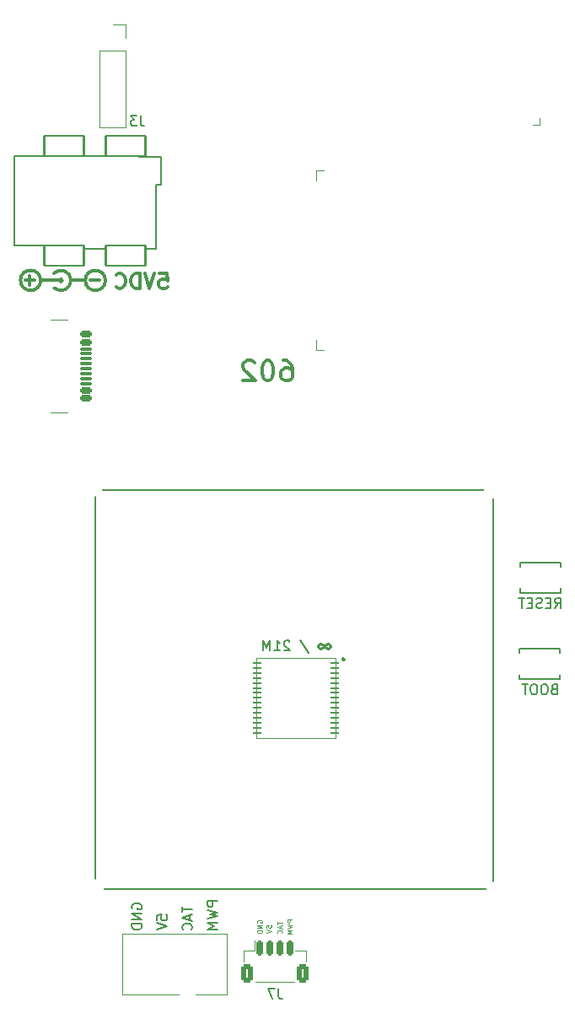
<source format=gbr>
%TF.GenerationSoftware,KiCad,Pcbnew,8.0.1*%
%TF.CreationDate,2024-11-17T20:20:19-05:00*%
%TF.ProjectId,bitaxeGamma,62697461-7865-4476-916d-6d612e6b6963,rev?*%
%TF.SameCoordinates,Original*%
%TF.FileFunction,Legend,Bot*%
%TF.FilePolarity,Positive*%
%FSLAX46Y46*%
G04 Gerber Fmt 4.6, Leading zero omitted, Abs format (unit mm)*
G04 Created by KiCad (PCBNEW 8.0.1) date 2024-11-17 20:20:19*
%MOMM*%
%LPD*%
G01*
G04 APERTURE LIST*
G04 Aperture macros list*
%AMRoundRect*
0 Rectangle with rounded corners*
0 $1 Rounding radius*
0 $2 $3 $4 $5 $6 $7 $8 $9 X,Y pos of 4 corners*
0 Add a 4 corners polygon primitive as box body*
4,1,4,$2,$3,$4,$5,$6,$7,$8,$9,$2,$3,0*
0 Add four circle primitives for the rounded corners*
1,1,$1+$1,$2,$3*
1,1,$1+$1,$4,$5*
1,1,$1+$1,$6,$7*
1,1,$1+$1,$8,$9*
0 Add four rect primitives between the rounded corners*
20,1,$1+$1,$2,$3,$4,$5,0*
20,1,$1+$1,$4,$5,$6,$7,0*
20,1,$1+$1,$6,$7,$8,$9,0*
20,1,$1+$1,$8,$9,$2,$3,0*%
G04 Aperture macros list end*
%ADD10C,0.150000*%
%ADD11C,0.125000*%
%ADD12C,0.300000*%
%ADD13C,0.250000*%
%ADD14C,0.120000*%
%ADD15C,0.050000*%
%ADD16C,0.227485*%
%ADD17C,0.000000*%
%ADD18C,0.127000*%
%ADD19C,0.152400*%
%ADD20C,0.310000*%
%ADD21C,3.000000*%
%ADD22C,0.800000*%
%ADD23C,6.000000*%
%ADD24R,1.700000X1.700000*%
%ADD25O,1.700000X1.700000*%
%ADD26C,3.500000*%
%ADD27C,0.400000*%
%ADD28C,1.295400*%
%ADD29C,1.574800*%
%ADD30C,1.700000*%
%ADD31C,2.000000*%
%ADD32C,0.650000*%
%ADD33RoundRect,0.150000X0.425000X-0.150000X0.425000X0.150000X-0.425000X0.150000X-0.425000X-0.150000X0*%
%ADD34RoundRect,0.075000X0.500000X-0.075000X0.500000X0.075000X-0.500000X0.075000X-0.500000X-0.075000X0*%
%ADD35O,1.800000X1.000000*%
%ADD36O,2.100000X1.000000*%
%ADD37R,0.900000X1.500000*%
%ADD38R,1.500000X0.900000*%
%ADD39R,0.900000X0.900000*%
%ADD40C,0.990600*%
%ADD41C,0.787400*%
%ADD42RoundRect,0.055250X0.340750X0.055250X-0.340750X0.055250X-0.340750X-0.055250X0.340750X-0.055250X0*%
%ADD43C,1.600000*%
%ADD44C,1.800000*%
%ADD45RoundRect,0.102000X2.000000X-1.000000X2.000000X1.000000X-2.000000X1.000000X-2.000000X-1.000000X0*%
%ADD46R,0.900000X1.800000*%
%ADD47RoundRect,0.150000X-0.150000X-0.625000X0.150000X-0.625000X0.150000X0.625000X-0.150000X0.625000X0*%
%ADD48RoundRect,0.250000X-0.350000X-0.650000X0.350000X-0.650000X0.350000X0.650000X-0.350000X0.650000X0*%
G04 APERTURE END LIST*
D10*
X85450000Y-95700000D02*
X125430000Y-95700000D01*
X125430000Y-135690000D01*
X85450000Y-135690000D01*
X85450000Y-95700000D01*
D11*
X103724809Y-138992858D02*
X103724809Y-139278572D01*
X104224809Y-139135715D02*
X103724809Y-139135715D01*
X104081952Y-139421429D02*
X104081952Y-139659524D01*
X104224809Y-139373810D02*
X103724809Y-139540476D01*
X103724809Y-139540476D02*
X104224809Y-139707143D01*
X104177190Y-140159523D02*
X104201000Y-140135714D01*
X104201000Y-140135714D02*
X104224809Y-140064285D01*
X104224809Y-140064285D02*
X104224809Y-140016666D01*
X104224809Y-140016666D02*
X104201000Y-139945238D01*
X104201000Y-139945238D02*
X104153380Y-139897619D01*
X104153380Y-139897619D02*
X104105761Y-139873809D01*
X104105761Y-139873809D02*
X104010523Y-139850000D01*
X104010523Y-139850000D02*
X103939095Y-139850000D01*
X103939095Y-139850000D02*
X103843857Y-139873809D01*
X103843857Y-139873809D02*
X103796238Y-139897619D01*
X103796238Y-139897619D02*
X103748619Y-139945238D01*
X103748619Y-139945238D02*
X103724809Y-140016666D01*
X103724809Y-140016666D02*
X103724809Y-140064285D01*
X103724809Y-140064285D02*
X103748619Y-140135714D01*
X103748619Y-140135714D02*
X103772428Y-140159523D01*
D10*
X106006190Y-110747200D02*
X106863332Y-112032914D01*
X104958570Y-110890057D02*
X104910951Y-110842438D01*
X104910951Y-110842438D02*
X104815713Y-110794819D01*
X104815713Y-110794819D02*
X104577618Y-110794819D01*
X104577618Y-110794819D02*
X104482380Y-110842438D01*
X104482380Y-110842438D02*
X104434761Y-110890057D01*
X104434761Y-110890057D02*
X104387142Y-110985295D01*
X104387142Y-110985295D02*
X104387142Y-111080533D01*
X104387142Y-111080533D02*
X104434761Y-111223390D01*
X104434761Y-111223390D02*
X105006189Y-111794819D01*
X105006189Y-111794819D02*
X104387142Y-111794819D01*
X103434761Y-111794819D02*
X104006189Y-111794819D01*
X103720475Y-111794819D02*
X103720475Y-110794819D01*
X103720475Y-110794819D02*
X103815713Y-110937676D01*
X103815713Y-110937676D02*
X103910951Y-111032914D01*
X103910951Y-111032914D02*
X104006189Y-111080533D01*
X103006189Y-111794819D02*
X103006189Y-110794819D01*
X103006189Y-110794819D02*
X102672856Y-111509104D01*
X102672856Y-111509104D02*
X102339523Y-110794819D01*
X102339523Y-110794819D02*
X102339523Y-111794819D01*
X91663819Y-138827523D02*
X91663819Y-138351333D01*
X91663819Y-138351333D02*
X92140009Y-138303714D01*
X92140009Y-138303714D02*
X92092390Y-138351333D01*
X92092390Y-138351333D02*
X92044771Y-138446571D01*
X92044771Y-138446571D02*
X92044771Y-138684666D01*
X92044771Y-138684666D02*
X92092390Y-138779904D01*
X92092390Y-138779904D02*
X92140009Y-138827523D01*
X92140009Y-138827523D02*
X92235247Y-138875142D01*
X92235247Y-138875142D02*
X92473342Y-138875142D01*
X92473342Y-138875142D02*
X92568580Y-138827523D01*
X92568580Y-138827523D02*
X92616200Y-138779904D01*
X92616200Y-138779904D02*
X92663819Y-138684666D01*
X92663819Y-138684666D02*
X92663819Y-138446571D01*
X92663819Y-138446571D02*
X92616200Y-138351333D01*
X92616200Y-138351333D02*
X92568580Y-138303714D01*
X91663819Y-139160857D02*
X92663819Y-139494190D01*
X92663819Y-139494190D02*
X91663819Y-139827523D01*
D12*
X91911203Y-73930828D02*
X92625489Y-73930828D01*
X92625489Y-73930828D02*
X92696917Y-74645114D01*
X92696917Y-74645114D02*
X92625489Y-74573685D01*
X92625489Y-74573685D02*
X92482632Y-74502257D01*
X92482632Y-74502257D02*
X92125489Y-74502257D01*
X92125489Y-74502257D02*
X91982632Y-74573685D01*
X91982632Y-74573685D02*
X91911203Y-74645114D01*
X91911203Y-74645114D02*
X91839774Y-74787971D01*
X91839774Y-74787971D02*
X91839774Y-75145114D01*
X91839774Y-75145114D02*
X91911203Y-75287971D01*
X91911203Y-75287971D02*
X91982632Y-75359400D01*
X91982632Y-75359400D02*
X92125489Y-75430828D01*
X92125489Y-75430828D02*
X92482632Y-75430828D01*
X92482632Y-75430828D02*
X92625489Y-75359400D01*
X92625489Y-75359400D02*
X92696917Y-75287971D01*
X91411203Y-73930828D02*
X90911203Y-75430828D01*
X90911203Y-75430828D02*
X90411203Y-73930828D01*
X89911204Y-75430828D02*
X89911204Y-73930828D01*
X89911204Y-73930828D02*
X89554061Y-73930828D01*
X89554061Y-73930828D02*
X89339775Y-74002257D01*
X89339775Y-74002257D02*
X89196918Y-74145114D01*
X89196918Y-74145114D02*
X89125489Y-74287971D01*
X89125489Y-74287971D02*
X89054061Y-74573685D01*
X89054061Y-74573685D02*
X89054061Y-74787971D01*
X89054061Y-74787971D02*
X89125489Y-75073685D01*
X89125489Y-75073685D02*
X89196918Y-75216542D01*
X89196918Y-75216542D02*
X89339775Y-75359400D01*
X89339775Y-75359400D02*
X89554061Y-75430828D01*
X89554061Y-75430828D02*
X89911204Y-75430828D01*
X87554061Y-75287971D02*
X87625489Y-75359400D01*
X87625489Y-75359400D02*
X87839775Y-75430828D01*
X87839775Y-75430828D02*
X87982632Y-75430828D01*
X87982632Y-75430828D02*
X88196918Y-75359400D01*
X88196918Y-75359400D02*
X88339775Y-75216542D01*
X88339775Y-75216542D02*
X88411204Y-75073685D01*
X88411204Y-75073685D02*
X88482632Y-74787971D01*
X88482632Y-74787971D02*
X88482632Y-74573685D01*
X88482632Y-74573685D02*
X88411204Y-74287971D01*
X88411204Y-74287971D02*
X88339775Y-74145114D01*
X88339775Y-74145114D02*
X88196918Y-74002257D01*
X88196918Y-74002257D02*
X87982632Y-73930828D01*
X87982632Y-73930828D02*
X87839775Y-73930828D01*
X87839775Y-73930828D02*
X87625489Y-74002257D01*
X87625489Y-74002257D02*
X87554061Y-74073685D01*
X104299298Y-82679638D02*
X104680251Y-82679638D01*
X104680251Y-82679638D02*
X104870727Y-82774876D01*
X104870727Y-82774876D02*
X104965965Y-82870114D01*
X104965965Y-82870114D02*
X105156441Y-83155828D01*
X105156441Y-83155828D02*
X105251679Y-83536780D01*
X105251679Y-83536780D02*
X105251679Y-84298685D01*
X105251679Y-84298685D02*
X105156441Y-84489161D01*
X105156441Y-84489161D02*
X105061203Y-84584400D01*
X105061203Y-84584400D02*
X104870727Y-84679638D01*
X104870727Y-84679638D02*
X104489774Y-84679638D01*
X104489774Y-84679638D02*
X104299298Y-84584400D01*
X104299298Y-84584400D02*
X104204060Y-84489161D01*
X104204060Y-84489161D02*
X104108822Y-84298685D01*
X104108822Y-84298685D02*
X104108822Y-83822495D01*
X104108822Y-83822495D02*
X104204060Y-83632019D01*
X104204060Y-83632019D02*
X104299298Y-83536780D01*
X104299298Y-83536780D02*
X104489774Y-83441542D01*
X104489774Y-83441542D02*
X104870727Y-83441542D01*
X104870727Y-83441542D02*
X105061203Y-83536780D01*
X105061203Y-83536780D02*
X105156441Y-83632019D01*
X105156441Y-83632019D02*
X105251679Y-83822495D01*
X102870727Y-82679638D02*
X102680250Y-82679638D01*
X102680250Y-82679638D02*
X102489774Y-82774876D01*
X102489774Y-82774876D02*
X102394536Y-82870114D01*
X102394536Y-82870114D02*
X102299298Y-83060590D01*
X102299298Y-83060590D02*
X102204060Y-83441542D01*
X102204060Y-83441542D02*
X102204060Y-83917733D01*
X102204060Y-83917733D02*
X102299298Y-84298685D01*
X102299298Y-84298685D02*
X102394536Y-84489161D01*
X102394536Y-84489161D02*
X102489774Y-84584400D01*
X102489774Y-84584400D02*
X102680250Y-84679638D01*
X102680250Y-84679638D02*
X102870727Y-84679638D01*
X102870727Y-84679638D02*
X103061203Y-84584400D01*
X103061203Y-84584400D02*
X103156441Y-84489161D01*
X103156441Y-84489161D02*
X103251679Y-84298685D01*
X103251679Y-84298685D02*
X103346917Y-83917733D01*
X103346917Y-83917733D02*
X103346917Y-83441542D01*
X103346917Y-83441542D02*
X103251679Y-83060590D01*
X103251679Y-83060590D02*
X103156441Y-82870114D01*
X103156441Y-82870114D02*
X103061203Y-82774876D01*
X103061203Y-82774876D02*
X102870727Y-82679638D01*
X101442155Y-82870114D02*
X101346917Y-82774876D01*
X101346917Y-82774876D02*
X101156441Y-82679638D01*
X101156441Y-82679638D02*
X100680250Y-82679638D01*
X100680250Y-82679638D02*
X100489774Y-82774876D01*
X100489774Y-82774876D02*
X100394536Y-82870114D01*
X100394536Y-82870114D02*
X100299298Y-83060590D01*
X100299298Y-83060590D02*
X100299298Y-83251066D01*
X100299298Y-83251066D02*
X100394536Y-83536780D01*
X100394536Y-83536780D02*
X101537393Y-84679638D01*
X101537393Y-84679638D02*
X100299298Y-84679638D01*
D11*
X101748619Y-139119047D02*
X101724809Y-139071428D01*
X101724809Y-139071428D02*
X101724809Y-138999999D01*
X101724809Y-138999999D02*
X101748619Y-138928571D01*
X101748619Y-138928571D02*
X101796238Y-138880952D01*
X101796238Y-138880952D02*
X101843857Y-138857142D01*
X101843857Y-138857142D02*
X101939095Y-138833333D01*
X101939095Y-138833333D02*
X102010523Y-138833333D01*
X102010523Y-138833333D02*
X102105761Y-138857142D01*
X102105761Y-138857142D02*
X102153380Y-138880952D01*
X102153380Y-138880952D02*
X102201000Y-138928571D01*
X102201000Y-138928571D02*
X102224809Y-138999999D01*
X102224809Y-138999999D02*
X102224809Y-139047618D01*
X102224809Y-139047618D02*
X102201000Y-139119047D01*
X102201000Y-139119047D02*
X102177190Y-139142856D01*
X102177190Y-139142856D02*
X102010523Y-139142856D01*
X102010523Y-139142856D02*
X102010523Y-139047618D01*
X102224809Y-139357142D02*
X101724809Y-139357142D01*
X101724809Y-139357142D02*
X102224809Y-139642856D01*
X102224809Y-139642856D02*
X101724809Y-139642856D01*
X102224809Y-139880952D02*
X101724809Y-139880952D01*
X101724809Y-139880952D02*
X101724809Y-140000000D01*
X101724809Y-140000000D02*
X101748619Y-140071428D01*
X101748619Y-140071428D02*
X101796238Y-140119047D01*
X101796238Y-140119047D02*
X101843857Y-140142857D01*
X101843857Y-140142857D02*
X101939095Y-140166666D01*
X101939095Y-140166666D02*
X102010523Y-140166666D01*
X102010523Y-140166666D02*
X102105761Y-140142857D01*
X102105761Y-140142857D02*
X102153380Y-140119047D01*
X102153380Y-140119047D02*
X102201000Y-140071428D01*
X102201000Y-140071428D02*
X102224809Y-140000000D01*
X102224809Y-140000000D02*
X102224809Y-139880952D01*
D10*
X97719819Y-136958238D02*
X96719819Y-136958238D01*
X96719819Y-136958238D02*
X96719819Y-137339190D01*
X96719819Y-137339190D02*
X96767438Y-137434428D01*
X96767438Y-137434428D02*
X96815057Y-137482047D01*
X96815057Y-137482047D02*
X96910295Y-137529666D01*
X96910295Y-137529666D02*
X97053152Y-137529666D01*
X97053152Y-137529666D02*
X97148390Y-137482047D01*
X97148390Y-137482047D02*
X97196009Y-137434428D01*
X97196009Y-137434428D02*
X97243628Y-137339190D01*
X97243628Y-137339190D02*
X97243628Y-136958238D01*
X96719819Y-137863000D02*
X97719819Y-138101095D01*
X97719819Y-138101095D02*
X97005533Y-138291571D01*
X97005533Y-138291571D02*
X97719819Y-138482047D01*
X97719819Y-138482047D02*
X96719819Y-138720143D01*
X97719819Y-139101095D02*
X96719819Y-139101095D01*
X96719819Y-139101095D02*
X97434104Y-139434428D01*
X97434104Y-139434428D02*
X96719819Y-139767761D01*
X96719819Y-139767761D02*
X97719819Y-139767761D01*
D11*
X102624809Y-139604762D02*
X102624809Y-139366667D01*
X102624809Y-139366667D02*
X102862904Y-139342858D01*
X102862904Y-139342858D02*
X102839095Y-139366667D01*
X102839095Y-139366667D02*
X102815285Y-139414286D01*
X102815285Y-139414286D02*
X102815285Y-139533334D01*
X102815285Y-139533334D02*
X102839095Y-139580953D01*
X102839095Y-139580953D02*
X102862904Y-139604762D01*
X102862904Y-139604762D02*
X102910523Y-139628572D01*
X102910523Y-139628572D02*
X103029571Y-139628572D01*
X103029571Y-139628572D02*
X103077190Y-139604762D01*
X103077190Y-139604762D02*
X103101000Y-139580953D01*
X103101000Y-139580953D02*
X103124809Y-139533334D01*
X103124809Y-139533334D02*
X103124809Y-139414286D01*
X103124809Y-139414286D02*
X103101000Y-139366667D01*
X103101000Y-139366667D02*
X103077190Y-139342858D01*
X102624809Y-139771429D02*
X103124809Y-139938095D01*
X103124809Y-139938095D02*
X102624809Y-140104762D01*
D13*
X108259523Y-111149857D02*
X108069047Y-111054619D01*
X108069047Y-111054619D02*
X107878571Y-111149857D01*
X107878571Y-111149857D02*
X107783333Y-111340333D01*
X107783333Y-111340333D02*
X107878571Y-111530809D01*
X107878571Y-111530809D02*
X108069047Y-111626047D01*
X108069047Y-111626047D02*
X108259523Y-111530809D01*
X108259523Y-111530809D02*
X108640475Y-111149857D01*
X108640475Y-111149857D02*
X108830952Y-111054619D01*
X108830952Y-111054619D02*
X109021428Y-111149857D01*
X109021428Y-111149857D02*
X109116666Y-111340333D01*
X109116666Y-111340333D02*
X109021428Y-111530809D01*
X109021428Y-111530809D02*
X108830952Y-111626047D01*
X108830952Y-111626047D02*
X108640475Y-111530809D01*
X108640475Y-111530809D02*
X108259523Y-111149857D01*
D10*
X94187319Y-137482047D02*
X94187319Y-138053475D01*
X95187319Y-137767761D02*
X94187319Y-137767761D01*
X94901604Y-138339190D02*
X94901604Y-138815380D01*
X95187319Y-138243952D02*
X94187319Y-138577285D01*
X94187319Y-138577285D02*
X95187319Y-138910618D01*
X95092080Y-139815380D02*
X95139700Y-139767761D01*
X95139700Y-139767761D02*
X95187319Y-139624904D01*
X95187319Y-139624904D02*
X95187319Y-139529666D01*
X95187319Y-139529666D02*
X95139700Y-139386809D01*
X95139700Y-139386809D02*
X95044461Y-139291571D01*
X95044461Y-139291571D02*
X94949223Y-139243952D01*
X94949223Y-139243952D02*
X94758747Y-139196333D01*
X94758747Y-139196333D02*
X94615890Y-139196333D01*
X94615890Y-139196333D02*
X94425414Y-139243952D01*
X94425414Y-139243952D02*
X94330176Y-139291571D01*
X94330176Y-139291571D02*
X94234938Y-139386809D01*
X94234938Y-139386809D02*
X94187319Y-139529666D01*
X94187319Y-139529666D02*
X94187319Y-139624904D01*
X94187319Y-139624904D02*
X94234938Y-139767761D01*
X94234938Y-139767761D02*
X94282557Y-139815380D01*
X89169938Y-137720143D02*
X89122319Y-137624905D01*
X89122319Y-137624905D02*
X89122319Y-137482048D01*
X89122319Y-137482048D02*
X89169938Y-137339191D01*
X89169938Y-137339191D02*
X89265176Y-137243953D01*
X89265176Y-137243953D02*
X89360414Y-137196334D01*
X89360414Y-137196334D02*
X89550890Y-137148715D01*
X89550890Y-137148715D02*
X89693747Y-137148715D01*
X89693747Y-137148715D02*
X89884223Y-137196334D01*
X89884223Y-137196334D02*
X89979461Y-137243953D01*
X89979461Y-137243953D02*
X90074700Y-137339191D01*
X90074700Y-137339191D02*
X90122319Y-137482048D01*
X90122319Y-137482048D02*
X90122319Y-137577286D01*
X90122319Y-137577286D02*
X90074700Y-137720143D01*
X90074700Y-137720143D02*
X90027080Y-137767762D01*
X90027080Y-137767762D02*
X89693747Y-137767762D01*
X89693747Y-137767762D02*
X89693747Y-137577286D01*
X90122319Y-138196334D02*
X89122319Y-138196334D01*
X89122319Y-138196334D02*
X90122319Y-138767762D01*
X90122319Y-138767762D02*
X89122319Y-138767762D01*
X90122319Y-139243953D02*
X89122319Y-139243953D01*
X89122319Y-139243953D02*
X89122319Y-139482048D01*
X89122319Y-139482048D02*
X89169938Y-139624905D01*
X89169938Y-139624905D02*
X89265176Y-139720143D01*
X89265176Y-139720143D02*
X89360414Y-139767762D01*
X89360414Y-139767762D02*
X89550890Y-139815381D01*
X89550890Y-139815381D02*
X89693747Y-139815381D01*
X89693747Y-139815381D02*
X89884223Y-139767762D01*
X89884223Y-139767762D02*
X89979461Y-139720143D01*
X89979461Y-139720143D02*
X90074700Y-139624905D01*
X90074700Y-139624905D02*
X90122319Y-139482048D01*
X90122319Y-139482048D02*
X90122319Y-139243953D01*
D11*
X105224809Y-138797618D02*
X104724809Y-138797618D01*
X104724809Y-138797618D02*
X104724809Y-138988094D01*
X104724809Y-138988094D02*
X104748619Y-139035713D01*
X104748619Y-139035713D02*
X104772428Y-139059523D01*
X104772428Y-139059523D02*
X104820047Y-139083332D01*
X104820047Y-139083332D02*
X104891476Y-139083332D01*
X104891476Y-139083332D02*
X104939095Y-139059523D01*
X104939095Y-139059523D02*
X104962904Y-139035713D01*
X104962904Y-139035713D02*
X104986714Y-138988094D01*
X104986714Y-138988094D02*
X104986714Y-138797618D01*
X104724809Y-139249999D02*
X105224809Y-139369047D01*
X105224809Y-139369047D02*
X104867666Y-139464285D01*
X104867666Y-139464285D02*
X105224809Y-139559523D01*
X105224809Y-139559523D02*
X104724809Y-139678571D01*
X105224809Y-139869047D02*
X104724809Y-139869047D01*
X104724809Y-139869047D02*
X105081952Y-140035714D01*
X105081952Y-140035714D02*
X104724809Y-140202380D01*
X104724809Y-140202380D02*
X105224809Y-140202380D01*
D10*
X90013333Y-58134819D02*
X90013333Y-58849104D01*
X90013333Y-58849104D02*
X90060952Y-58991961D01*
X90060952Y-58991961D02*
X90156190Y-59087200D01*
X90156190Y-59087200D02*
X90299047Y-59134819D01*
X90299047Y-59134819D02*
X90394285Y-59134819D01*
X89632380Y-58134819D02*
X89013333Y-58134819D01*
X89013333Y-58134819D02*
X89346666Y-58515771D01*
X89346666Y-58515771D02*
X89203809Y-58515771D01*
X89203809Y-58515771D02*
X89108571Y-58563390D01*
X89108571Y-58563390D02*
X89060952Y-58611009D01*
X89060952Y-58611009D02*
X89013333Y-58706247D01*
X89013333Y-58706247D02*
X89013333Y-58944342D01*
X89013333Y-58944342D02*
X89060952Y-59039580D01*
X89060952Y-59039580D02*
X89108571Y-59087200D01*
X89108571Y-59087200D02*
X89203809Y-59134819D01*
X89203809Y-59134819D02*
X89489523Y-59134819D01*
X89489523Y-59134819D02*
X89584761Y-59087200D01*
X89584761Y-59087200D02*
X89632380Y-59039580D01*
X131608381Y-107530819D02*
X131941714Y-107054628D01*
X132179809Y-107530819D02*
X132179809Y-106530819D01*
X132179809Y-106530819D02*
X131798857Y-106530819D01*
X131798857Y-106530819D02*
X131703619Y-106578438D01*
X131703619Y-106578438D02*
X131656000Y-106626057D01*
X131656000Y-106626057D02*
X131608381Y-106721295D01*
X131608381Y-106721295D02*
X131608381Y-106864152D01*
X131608381Y-106864152D02*
X131656000Y-106959390D01*
X131656000Y-106959390D02*
X131703619Y-107007009D01*
X131703619Y-107007009D02*
X131798857Y-107054628D01*
X131798857Y-107054628D02*
X132179809Y-107054628D01*
X131179809Y-107007009D02*
X130846476Y-107007009D01*
X130703619Y-107530819D02*
X131179809Y-107530819D01*
X131179809Y-107530819D02*
X131179809Y-106530819D01*
X131179809Y-106530819D02*
X130703619Y-106530819D01*
X130322666Y-107483200D02*
X130179809Y-107530819D01*
X130179809Y-107530819D02*
X129941714Y-107530819D01*
X129941714Y-107530819D02*
X129846476Y-107483200D01*
X129846476Y-107483200D02*
X129798857Y-107435580D01*
X129798857Y-107435580D02*
X129751238Y-107340342D01*
X129751238Y-107340342D02*
X129751238Y-107245104D01*
X129751238Y-107245104D02*
X129798857Y-107149866D01*
X129798857Y-107149866D02*
X129846476Y-107102247D01*
X129846476Y-107102247D02*
X129941714Y-107054628D01*
X129941714Y-107054628D02*
X130132190Y-107007009D01*
X130132190Y-107007009D02*
X130227428Y-106959390D01*
X130227428Y-106959390D02*
X130275047Y-106911771D01*
X130275047Y-106911771D02*
X130322666Y-106816533D01*
X130322666Y-106816533D02*
X130322666Y-106721295D01*
X130322666Y-106721295D02*
X130275047Y-106626057D01*
X130275047Y-106626057D02*
X130227428Y-106578438D01*
X130227428Y-106578438D02*
X130132190Y-106530819D01*
X130132190Y-106530819D02*
X129894095Y-106530819D01*
X129894095Y-106530819D02*
X129751238Y-106578438D01*
X129322666Y-107007009D02*
X128989333Y-107007009D01*
X128846476Y-107530819D02*
X129322666Y-107530819D01*
X129322666Y-107530819D02*
X129322666Y-106530819D01*
X129322666Y-106530819D02*
X128846476Y-106530819D01*
X128560761Y-106530819D02*
X127989333Y-106530819D01*
X128275047Y-107530819D02*
X128275047Y-106530819D01*
D12*
X79364930Y-74636649D02*
X78412550Y-74636649D01*
X78888740Y-75112839D02*
X78888740Y-74160458D01*
X85874930Y-74626649D02*
X84922550Y-74626649D01*
D10*
X131514142Y-115659009D02*
X131371285Y-115706628D01*
X131371285Y-115706628D02*
X131323666Y-115754247D01*
X131323666Y-115754247D02*
X131276047Y-115849485D01*
X131276047Y-115849485D02*
X131276047Y-115992342D01*
X131276047Y-115992342D02*
X131323666Y-116087580D01*
X131323666Y-116087580D02*
X131371285Y-116135200D01*
X131371285Y-116135200D02*
X131466523Y-116182819D01*
X131466523Y-116182819D02*
X131847475Y-116182819D01*
X131847475Y-116182819D02*
X131847475Y-115182819D01*
X131847475Y-115182819D02*
X131514142Y-115182819D01*
X131514142Y-115182819D02*
X131418904Y-115230438D01*
X131418904Y-115230438D02*
X131371285Y-115278057D01*
X131371285Y-115278057D02*
X131323666Y-115373295D01*
X131323666Y-115373295D02*
X131323666Y-115468533D01*
X131323666Y-115468533D02*
X131371285Y-115563771D01*
X131371285Y-115563771D02*
X131418904Y-115611390D01*
X131418904Y-115611390D02*
X131514142Y-115659009D01*
X131514142Y-115659009D02*
X131847475Y-115659009D01*
X130656999Y-115182819D02*
X130466523Y-115182819D01*
X130466523Y-115182819D02*
X130371285Y-115230438D01*
X130371285Y-115230438D02*
X130276047Y-115325676D01*
X130276047Y-115325676D02*
X130228428Y-115516152D01*
X130228428Y-115516152D02*
X130228428Y-115849485D01*
X130228428Y-115849485D02*
X130276047Y-116039961D01*
X130276047Y-116039961D02*
X130371285Y-116135200D01*
X130371285Y-116135200D02*
X130466523Y-116182819D01*
X130466523Y-116182819D02*
X130656999Y-116182819D01*
X130656999Y-116182819D02*
X130752237Y-116135200D01*
X130752237Y-116135200D02*
X130847475Y-116039961D01*
X130847475Y-116039961D02*
X130895094Y-115849485D01*
X130895094Y-115849485D02*
X130895094Y-115516152D01*
X130895094Y-115516152D02*
X130847475Y-115325676D01*
X130847475Y-115325676D02*
X130752237Y-115230438D01*
X130752237Y-115230438D02*
X130656999Y-115182819D01*
X129609380Y-115182819D02*
X129418904Y-115182819D01*
X129418904Y-115182819D02*
X129323666Y-115230438D01*
X129323666Y-115230438D02*
X129228428Y-115325676D01*
X129228428Y-115325676D02*
X129180809Y-115516152D01*
X129180809Y-115516152D02*
X129180809Y-115849485D01*
X129180809Y-115849485D02*
X129228428Y-116039961D01*
X129228428Y-116039961D02*
X129323666Y-116135200D01*
X129323666Y-116135200D02*
X129418904Y-116182819D01*
X129418904Y-116182819D02*
X129609380Y-116182819D01*
X129609380Y-116182819D02*
X129704618Y-116135200D01*
X129704618Y-116135200D02*
X129799856Y-116039961D01*
X129799856Y-116039961D02*
X129847475Y-115849485D01*
X129847475Y-115849485D02*
X129847475Y-115516152D01*
X129847475Y-115516152D02*
X129799856Y-115325676D01*
X129799856Y-115325676D02*
X129704618Y-115230438D01*
X129704618Y-115230438D02*
X129609380Y-115182819D01*
X128895094Y-115182819D02*
X128323666Y-115182819D01*
X128609380Y-116182819D02*
X128609380Y-115182819D01*
X103833333Y-145754819D02*
X103833333Y-146469104D01*
X103833333Y-146469104D02*
X103880952Y-146611961D01*
X103880952Y-146611961D02*
X103976190Y-146707200D01*
X103976190Y-146707200D02*
X104119047Y-146754819D01*
X104119047Y-146754819D02*
X104214285Y-146754819D01*
X103452380Y-145754819D02*
X102785714Y-145754819D01*
X102785714Y-145754819D02*
X103214285Y-146754819D01*
D14*
%TO.C,J6*%
X88198600Y-140193000D02*
X98663400Y-140193000D01*
X88198600Y-146289000D02*
X88198600Y-140193000D01*
X93861825Y-146289000D02*
X88198600Y-146289000D01*
X98663400Y-140193000D02*
X98663400Y-146289000D01*
X98663400Y-146289000D02*
X95540175Y-146289000D01*
%TO.C,J3*%
X85875000Y-51562000D02*
X85875000Y-59242000D01*
X88535000Y-48962000D02*
X87205000Y-48962000D01*
X88535000Y-50292000D02*
X88535000Y-48962000D01*
X88535000Y-51562000D02*
X85875000Y-51562000D01*
X88535000Y-51562000D02*
X88535000Y-59242000D01*
X88535000Y-59242000D02*
X85875000Y-59242000D01*
%TO.C,J5*%
X80965000Y-78590000D02*
X82665000Y-78590000D01*
X80965000Y-87930000D02*
X82665000Y-87930000D01*
%TO.C,U4*%
X107680000Y-63610000D02*
X107680000Y-64610000D01*
X107680000Y-81610000D02*
X107680000Y-80610000D01*
X108430000Y-63610000D02*
X107680000Y-63610000D01*
X108430000Y-81610000D02*
X107680000Y-81610000D01*
%TO.C,J2*%
X129400000Y-59000000D02*
X130035000Y-59000000D01*
X130035000Y-59000000D02*
X130035000Y-58365000D01*
%TO.C,U8*%
D15*
X109610562Y-112546000D02*
X101610562Y-112546000D01*
X101610562Y-120546000D01*
X109610562Y-120546000D01*
X109610562Y-112546000D01*
D16*
X110484304Y-112676000D02*
G75*
G02*
X110256820Y-112676000I-113742J0D01*
G01*
X110256820Y-112676000D02*
G75*
G02*
X110484304Y-112676000I113742J0D01*
G01*
D17*
%TO.C,.*%
G36*
X118501554Y-95339509D02*
G01*
X118504814Y-95345777D01*
X118487663Y-95353401D01*
X118476632Y-95351897D01*
X118473772Y-95339509D01*
X118476826Y-95337016D01*
X118501554Y-95339509D01*
G37*
D18*
%TO.C,J1*%
X77330000Y-62120000D02*
X77330000Y-71120000D01*
X80830000Y-71120000D02*
X77330000Y-71120000D01*
X80830000Y-71120000D02*
X80830000Y-71720000D01*
X81010000Y-62120000D02*
X77330000Y-62120000D01*
X81010000Y-71720000D02*
X80830000Y-71720000D01*
X83650000Y-62120000D02*
X87210000Y-62120000D01*
X83650000Y-71470000D02*
X87210000Y-71470000D01*
X89850000Y-62220000D02*
X92030000Y-62220000D01*
X91530000Y-65070000D02*
X91530000Y-71470000D01*
X91530000Y-65070000D02*
X92030000Y-65070000D01*
X91530000Y-71470000D02*
X89850000Y-71470000D01*
X92030000Y-62220000D02*
X92030000Y-65070000D01*
D19*
%TO.C,SW1*%
X128154000Y-102924000D02*
X132218000Y-102924000D01*
X128154000Y-103353260D02*
X128154000Y-102924000D01*
X128154000Y-105972000D02*
X128154000Y-105542740D01*
X132218000Y-102924000D02*
X132218000Y-103353260D01*
X132218000Y-105542740D02*
X132218000Y-105972000D01*
X132218000Y-105972000D02*
X128154000Y-105972000D01*
D12*
%TO.C,U1*%
X81994918Y-74631416D02*
X79965083Y-74631416D01*
X83014188Y-74631416D02*
X84454917Y-74631416D01*
X81289918Y-73916416D02*
G75*
G02*
X81335888Y-75408739I709999J-724999D01*
G01*
X79965083Y-74631416D02*
G75*
G02*
X77949917Y-74631416I-1007583J0D01*
G01*
X77949917Y-74631416D02*
G75*
G02*
X79965083Y-74631416I1007583J0D01*
G01*
D20*
X82154918Y-74641416D02*
G75*
G02*
X81844918Y-74641416I-155000J0D01*
G01*
X81844918Y-74641416D02*
G75*
G02*
X82154918Y-74641416I155000J0D01*
G01*
D12*
X86470083Y-74631416D02*
G75*
G02*
X84454917Y-74631416I-1007583J0D01*
G01*
X84454917Y-74631416D02*
G75*
G02*
X86470083Y-74631416I1007583J0D01*
G01*
D19*
%TO.C,SW2*%
X128050000Y-111631000D02*
X132114000Y-111631000D01*
X128050000Y-112060260D02*
X128050000Y-111631000D01*
X128050000Y-114679000D02*
X128050000Y-114249740D01*
X132114000Y-111631000D02*
X132114000Y-112060260D01*
X132114000Y-114249740D02*
X132114000Y-114679000D01*
X132114000Y-114679000D02*
X128050000Y-114679000D01*
D14*
%TO.C,J7*%
X100390000Y-141890000D02*
X100390000Y-143040000D01*
X101440000Y-140900000D02*
X101440000Y-141890000D01*
X101440000Y-141890000D02*
X100390000Y-141890000D01*
X105440000Y-145010000D02*
X101560000Y-145010000D01*
X105560000Y-141890000D02*
X106610000Y-141890000D01*
X106610000Y-141890000D02*
X106610000Y-143040000D01*
%TD*%
%LPC*%
%TO.C,U4*%
X133180000Y-81610000D02*
X133180000Y-63610000D01*
%TO.C,U8*%
X104290562Y-115206000D02*
X102510562Y-115206000D01*
X102510562Y-116646000D01*
X104290562Y-116646000D01*
X104290562Y-115206000D01*
G36*
X104290562Y-115206000D02*
G01*
X102510562Y-115206000D01*
X102510562Y-116646000D01*
X104290562Y-116646000D01*
X104290562Y-115206000D01*
G37*
X104290562Y-118916000D02*
X102510562Y-118916000D01*
X102510562Y-120356000D01*
X104290562Y-120356000D01*
X104290562Y-118916000D01*
G36*
X104290562Y-118916000D02*
G01*
X102510562Y-118916000D01*
X102510562Y-120356000D01*
X104290562Y-120356000D01*
X104290562Y-118916000D01*
G37*
X104300562Y-112726000D02*
X102520562Y-112726000D01*
X102520562Y-114596000D01*
X104300562Y-114596000D01*
X104300562Y-112726000D01*
G36*
X104300562Y-112726000D02*
G01*
X102520562Y-112726000D01*
X102520562Y-114596000D01*
X104300562Y-114596000D01*
X104300562Y-112726000D01*
G37*
X104300562Y-117046000D02*
X102520562Y-117046000D01*
X102520562Y-118486000D01*
X104300562Y-118486000D01*
X104300562Y-117046000D01*
G36*
X104300562Y-117046000D02*
G01*
X102520562Y-117046000D01*
X102520562Y-118486000D01*
X104300562Y-118486000D01*
X104300562Y-117046000D01*
G37*
X106500562Y-115206000D02*
X104720562Y-115206000D01*
X104720562Y-116646000D01*
X106500562Y-116646000D01*
X106500562Y-115206000D01*
G36*
X106500562Y-115206000D02*
G01*
X104720562Y-115206000D01*
X104720562Y-116646000D01*
X106500562Y-116646000D01*
X106500562Y-115206000D01*
G37*
X106500562Y-118916000D02*
X104720562Y-118916000D01*
X104720562Y-120356000D01*
X106500562Y-120356000D01*
X106500562Y-118916000D01*
G36*
X106500562Y-118916000D02*
G01*
X104720562Y-118916000D01*
X104720562Y-120356000D01*
X106500562Y-120356000D01*
X106500562Y-118916000D01*
G37*
X106510562Y-112736000D02*
X104730562Y-112736000D01*
X104730562Y-114606000D01*
X106510562Y-114606000D01*
X106510562Y-112736000D01*
G36*
X106510562Y-112736000D02*
G01*
X104730562Y-112736000D01*
X104730562Y-114606000D01*
X106510562Y-114606000D01*
X106510562Y-112736000D01*
G37*
X106510562Y-117046000D02*
X104730562Y-117046000D01*
X104730562Y-118486000D01*
X106510562Y-118486000D01*
X106510562Y-117046000D01*
G36*
X106510562Y-117046000D02*
G01*
X104730562Y-117046000D01*
X104730562Y-118486000D01*
X106510562Y-118486000D01*
X106510562Y-117046000D01*
G37*
X108710562Y-112746000D02*
X106930562Y-112746000D01*
X106930562Y-114626000D01*
X108710562Y-114626000D01*
X108710562Y-112746000D01*
G36*
X108710562Y-112746000D02*
G01*
X106930562Y-112746000D01*
X106930562Y-114626000D01*
X108710562Y-114626000D01*
X108710562Y-112746000D01*
G37*
X108710562Y-115216000D02*
X106930562Y-115216000D01*
X106930562Y-116656000D01*
X108710562Y-116656000D01*
X108710562Y-115216000D01*
G36*
X108710562Y-115216000D02*
G01*
X106930562Y-115216000D01*
X106930562Y-116656000D01*
X108710562Y-116656000D01*
X108710562Y-115216000D01*
G37*
X108710562Y-118926000D02*
X106930562Y-118926000D01*
X106930562Y-120366000D01*
X108710562Y-120366000D01*
X108710562Y-118926000D01*
G36*
X108710562Y-118926000D02*
G01*
X106930562Y-118926000D01*
X106930562Y-120366000D01*
X108710562Y-120366000D01*
X108710562Y-118926000D01*
G37*
X108720562Y-117056000D02*
X106940562Y-117056000D01*
X106940562Y-118496000D01*
X108720562Y-118496000D01*
X108720562Y-117056000D01*
G36*
X108720562Y-117056000D02*
G01*
X106940562Y-117056000D01*
X106940562Y-118496000D01*
X108720562Y-118496000D01*
X108720562Y-117056000D01*
G37*
D17*
%TO.C,.*%
G36*
X110835225Y-83669191D02*
G01*
X111225774Y-84059740D01*
X110840646Y-84445290D01*
X110743775Y-84541920D01*
X110649131Y-84635592D01*
X110567917Y-84715197D01*
X110504115Y-84776859D01*
X110461707Y-84816699D01*
X110444677Y-84830841D01*
X110429633Y-84818501D01*
X110388808Y-84780268D01*
X110326321Y-84719953D01*
X110246154Y-84641434D01*
X110152289Y-84548587D01*
X110048708Y-84445290D01*
X109663579Y-84059740D01*
X110054128Y-83669191D01*
X110444677Y-83278642D01*
X110835225Y-83669191D01*
G37*
G36*
X106952962Y-84218195D02*
G01*
X107012788Y-84384727D01*
X107130174Y-84656382D01*
X107260097Y-84893409D01*
X107401616Y-85094547D01*
X107553792Y-85258537D01*
X107715685Y-85384116D01*
X107886356Y-85470027D01*
X107916657Y-85479077D01*
X107996489Y-85494470D01*
X108098933Y-85507422D01*
X108211773Y-85516200D01*
X108448024Y-85528872D01*
X108633717Y-85851383D01*
X108687239Y-85945026D01*
X108740061Y-86039000D01*
X108781920Y-86115205D01*
X108809482Y-86167559D01*
X108819410Y-86189981D01*
X108812654Y-86193248D01*
X108772106Y-86198329D01*
X108701063Y-86202393D01*
X108606604Y-86205090D01*
X108495806Y-86206067D01*
X108172203Y-86206067D01*
X108178046Y-87763614D01*
X108179056Y-88029567D01*
X108180108Y-88286071D01*
X108181182Y-88506491D01*
X108182369Y-88693760D01*
X108183761Y-88850811D01*
X108185446Y-88980576D01*
X108187518Y-89085988D01*
X108190065Y-89169980D01*
X108193180Y-89235484D01*
X108196952Y-89285434D01*
X108201474Y-89322762D01*
X108206835Y-89350400D01*
X108213126Y-89371282D01*
X108220439Y-89388341D01*
X108228864Y-89404508D01*
X108261787Y-89457864D01*
X108349332Y-89557893D01*
X108450475Y-89629877D01*
X108508694Y-89659932D01*
X108417585Y-89713326D01*
X108319765Y-89792653D01*
X108242377Y-89900266D01*
X108195128Y-90023485D01*
X108193591Y-90033321D01*
X108189824Y-90086905D01*
X108186397Y-90179408D01*
X108183334Y-90308844D01*
X108180661Y-90473224D01*
X108178401Y-90670562D01*
X108176578Y-90898870D01*
X108175218Y-91156162D01*
X108174344Y-91440449D01*
X108173980Y-91749745D01*
X108173471Y-93386531D01*
X107742630Y-93787538D01*
X107311790Y-94188545D01*
X107277386Y-94097910D01*
X107247290Y-94032073D01*
X107177868Y-93916154D01*
X107082976Y-93783702D01*
X106967059Y-93640128D01*
X106834561Y-93490847D01*
X106689927Y-93341272D01*
X106537600Y-93196816D01*
X106483754Y-93146978D01*
X106402109Y-93067371D01*
X106327474Y-92990122D01*
X106262576Y-92918696D01*
X106210143Y-92856560D01*
X106172904Y-92807181D01*
X106153586Y-92774024D01*
X106154918Y-92760556D01*
X106179628Y-92770243D01*
X106230444Y-92806551D01*
X106299366Y-92857410D01*
X106369454Y-92896819D01*
X106436950Y-92916253D01*
X106516137Y-92921454D01*
X106532152Y-92921097D01*
X106642284Y-92901731D01*
X106745371Y-92857661D01*
X106824867Y-92795630D01*
X106826684Y-92793536D01*
X106833773Y-92782700D01*
X106839814Y-92766544D01*
X106844873Y-92742039D01*
X106849018Y-92706155D01*
X106852314Y-92655863D01*
X106854829Y-92588133D01*
X106856628Y-92499937D01*
X106857778Y-92388244D01*
X106858346Y-92250025D01*
X106858398Y-92082251D01*
X106858000Y-91881892D01*
X106857219Y-91645920D01*
X106856122Y-91371304D01*
X106850337Y-89987937D01*
X106790861Y-89886750D01*
X106733692Y-89809469D01*
X106627929Y-89721251D01*
X106524473Y-89656939D01*
X106595168Y-89620671D01*
X106660367Y-89577358D01*
X106737556Y-89503287D01*
X106800898Y-89418954D01*
X106838416Y-89338263D01*
X106840403Y-89327806D01*
X106845101Y-89272011D01*
X106849184Y-89174805D01*
X106852651Y-89036374D01*
X106855498Y-88856905D01*
X106857723Y-88636583D01*
X106859323Y-88375593D01*
X106860296Y-88074124D01*
X106860639Y-87732359D01*
X106860755Y-86206067D01*
X106708307Y-86206067D01*
X106555859Y-86206067D01*
X106282673Y-85867470D01*
X106009487Y-85528872D01*
X106435121Y-85523240D01*
X106860755Y-85517608D01*
X106861024Y-84731444D01*
X106861292Y-83945279D01*
X106952962Y-84218195D01*
G37*
G36*
X110875684Y-85508401D02*
G01*
X110901173Y-85546235D01*
X110945271Y-85612062D01*
X111005209Y-85701741D01*
X111078222Y-85811131D01*
X111161542Y-85936090D01*
X111252402Y-86072478D01*
X111628268Y-86636921D01*
X111578013Y-86701135D01*
X111533263Y-86747758D01*
X111443903Y-86815237D01*
X111334780Y-86877924D01*
X111218190Y-86928062D01*
X111111453Y-86965971D01*
X111111453Y-88107771D01*
X111111446Y-88275760D01*
X111111559Y-88507622D01*
X111112114Y-88703489D01*
X111113445Y-88866832D01*
X111115885Y-89001120D01*
X111119767Y-89109823D01*
X111125425Y-89196412D01*
X111133192Y-89264355D01*
X111143400Y-89317123D01*
X111156384Y-89358185D01*
X111172477Y-89391011D01*
X111192011Y-89419071D01*
X111215321Y-89445835D01*
X111242739Y-89474772D01*
X111256864Y-89488805D01*
X111322178Y-89541654D01*
X111387734Y-89580913D01*
X111466066Y-89616790D01*
X111381498Y-89654924D01*
X111375494Y-89657712D01*
X111281872Y-89720387D01*
X111198671Y-89808646D01*
X111140101Y-89907615D01*
X111138050Y-89913353D01*
X111132956Y-89936914D01*
X111128511Y-89974168D01*
X111124674Y-90027659D01*
X111121401Y-90099929D01*
X111118649Y-90193524D01*
X111116374Y-90310985D01*
X111114534Y-90454858D01*
X111113085Y-90627686D01*
X111111983Y-90832012D01*
X111111187Y-91070380D01*
X111110652Y-91345334D01*
X111110335Y-91659417D01*
X111109217Y-93342654D01*
X110688391Y-93742728D01*
X110674494Y-93755934D01*
X110565705Y-93858938D01*
X110467267Y-93951493D01*
X110383136Y-94029930D01*
X110317265Y-94090579D01*
X110273609Y-94129771D01*
X110256123Y-94143836D01*
X110253726Y-94142893D01*
X110237968Y-94118544D01*
X110218096Y-94071351D01*
X110201334Y-94030446D01*
X110153397Y-93941437D01*
X110083781Y-93838666D01*
X109990413Y-93719559D01*
X109871219Y-93581541D01*
X109724123Y-93422036D01*
X109547051Y-93238470D01*
X109543132Y-93234475D01*
X109396872Y-93084228D01*
X109277197Y-92958886D01*
X109184596Y-92859026D01*
X109119552Y-92785223D01*
X109082554Y-92738053D01*
X109074086Y-92718092D01*
X109094636Y-92725916D01*
X109144690Y-92762100D01*
X109161332Y-92775007D01*
X109222126Y-92820072D01*
X109267670Y-92847117D01*
X109311821Y-92863145D01*
X109368432Y-92875156D01*
X109424247Y-92880245D01*
X109532354Y-92868158D01*
X109635541Y-92832791D01*
X109716601Y-92778902D01*
X109777901Y-92720173D01*
X109777784Y-91364474D01*
X109777450Y-91061641D01*
X109776407Y-90777058D01*
X109774652Y-90533703D01*
X109772182Y-90331350D01*
X109768993Y-90169770D01*
X109765081Y-90048738D01*
X109760444Y-89968026D01*
X109755076Y-89927406D01*
X109729641Y-89873164D01*
X109684106Y-89807892D01*
X109627056Y-89741021D01*
X109567001Y-89681715D01*
X109512452Y-89639140D01*
X109471918Y-89622460D01*
X109461738Y-89621456D01*
X109460241Y-89611288D01*
X109496605Y-89588775D01*
X109590651Y-89524440D01*
X109677420Y-89436473D01*
X109738314Y-89341998D01*
X109739156Y-89340168D01*
X109746794Y-89321373D01*
X109753334Y-89298885D01*
X109758862Y-89269539D01*
X109763465Y-89230169D01*
X109767229Y-89177612D01*
X109770239Y-89108701D01*
X109772582Y-89020272D01*
X109774344Y-88909160D01*
X109775610Y-88772200D01*
X109776467Y-88606226D01*
X109777001Y-88408073D01*
X109777298Y-88174578D01*
X109777443Y-87902574D01*
X109777901Y-86546497D01*
X109723429Y-86517344D01*
X109717003Y-86513566D01*
X109670874Y-86477206D01*
X109611948Y-86421367D01*
X109551012Y-86357292D01*
X109498855Y-86296221D01*
X109466268Y-86249396D01*
X109462396Y-86239552D01*
X109467939Y-86227474D01*
X109494743Y-86220368D01*
X109549610Y-86216913D01*
X109639339Y-86215787D01*
X109644743Y-86215764D01*
X109745420Y-86213103D01*
X109821565Y-86204306D01*
X109889472Y-86186406D01*
X109965431Y-86156439D01*
X110083913Y-86098122D01*
X110261573Y-85989272D01*
X110451696Y-85850389D01*
X110649303Y-85684906D01*
X110675153Y-85662002D01*
X110750198Y-85596617D01*
X110811604Y-85544759D01*
X110853607Y-85511228D01*
X110870442Y-85500822D01*
X110875684Y-85508401D01*
G37*
G36*
X94321726Y-88203688D02*
G01*
X94327450Y-89345307D01*
X94390708Y-89447836D01*
X94449755Y-89524977D01*
X94562645Y-89615543D01*
X94671323Y-89680721D01*
X94606011Y-89707774D01*
X94543402Y-89739855D01*
X94442182Y-89826730D01*
X94366349Y-89945412D01*
X94317438Y-90050447D01*
X94317235Y-91492995D01*
X94317031Y-92935544D01*
X94374332Y-92949316D01*
X94504813Y-92999651D01*
X94623731Y-93085425D01*
X94720321Y-93199404D01*
X94789662Y-93335721D01*
X94826830Y-93488511D01*
X94839564Y-93592695D01*
X94798954Y-93519767D01*
X94767864Y-93468659D01*
X94696223Y-93385706D01*
X94612548Y-93336540D01*
X94509179Y-93315767D01*
X94396328Y-93317778D01*
X94279739Y-93339423D01*
X94277012Y-93340249D01*
X94230067Y-93356189D01*
X94151537Y-93384567D01*
X94045832Y-93423686D01*
X93917364Y-93471846D01*
X93770541Y-93527347D01*
X93609773Y-93588491D01*
X93439472Y-93653579D01*
X93264047Y-93720910D01*
X93087908Y-93788787D01*
X92915465Y-93855510D01*
X92751128Y-93919380D01*
X92599308Y-93978697D01*
X92464414Y-94031763D01*
X92350857Y-94076879D01*
X92263046Y-94112345D01*
X92205393Y-94136462D01*
X92182306Y-94147531D01*
X92156950Y-94162429D01*
X92123410Y-94161789D01*
X92108335Y-94137849D01*
X92107708Y-94130648D01*
X92092011Y-94080784D01*
X92058316Y-94005401D01*
X92010789Y-93911903D01*
X91953592Y-93807696D01*
X91890888Y-93700184D01*
X91826843Y-93596772D01*
X91765618Y-93504865D01*
X91711378Y-93431868D01*
X91633746Y-93341345D01*
X91428675Y-93144290D01*
X91199837Y-92976294D01*
X90952588Y-92840495D01*
X90692285Y-92740029D01*
X90424283Y-92678034D01*
X90264283Y-92653320D01*
X90251592Y-91883221D01*
X90250405Y-91812732D01*
X90246370Y-91603183D01*
X90241813Y-91429431D01*
X90236204Y-91286956D01*
X90229012Y-91171235D01*
X90219709Y-91077750D01*
X90207764Y-91001978D01*
X90192648Y-90939400D01*
X90173831Y-90885494D01*
X90150784Y-90835740D01*
X90122975Y-90785617D01*
X90120847Y-90782042D01*
X90055158Y-90699440D01*
X89968535Y-90624924D01*
X89878803Y-90573944D01*
X89873811Y-90570360D01*
X89893019Y-90568784D01*
X89941313Y-90573315D01*
X90042375Y-90597494D01*
X90160102Y-90644707D01*
X90275032Y-90706919D01*
X90371015Y-90776491D01*
X90398820Y-90803695D01*
X90454315Y-90864996D01*
X90523987Y-90947126D01*
X90601656Y-91042752D01*
X90681141Y-91144537D01*
X90734840Y-91213508D01*
X90818912Y-91317242D01*
X90899591Y-91412229D01*
X90969785Y-91490190D01*
X91022398Y-91542845D01*
X91062638Y-91577211D01*
X91215232Y-91682141D01*
X91381116Y-91762486D01*
X91549910Y-91813887D01*
X91711234Y-91831990D01*
X91805458Y-91831990D01*
X91727919Y-91884679D01*
X91726511Y-91885637D01*
X91680191Y-91919536D01*
X91644507Y-91954123D01*
X91617967Y-91995254D01*
X91599082Y-92048782D01*
X91586361Y-92120563D01*
X91578314Y-92216452D01*
X91573451Y-92342305D01*
X91570280Y-92503975D01*
X91570271Y-92504579D01*
X91568454Y-92654882D01*
X91568425Y-92767967D01*
X91570389Y-92848244D01*
X91574549Y-92900125D01*
X91581111Y-92928019D01*
X91590277Y-92936337D01*
X91591076Y-92936279D01*
X91620124Y-92927830D01*
X91682001Y-92906515D01*
X91771195Y-92874430D01*
X91882191Y-92833666D01*
X92009476Y-92786318D01*
X92147538Y-92734478D01*
X92290864Y-92680241D01*
X92433940Y-92625699D01*
X92571254Y-92572945D01*
X92697292Y-92524073D01*
X92806541Y-92481175D01*
X92893488Y-92446347D01*
X92952621Y-92421679D01*
X92978425Y-92409267D01*
X92980554Y-92406582D01*
X92985763Y-92388149D01*
X92990120Y-92351420D01*
X92993668Y-92293796D01*
X92996447Y-92212681D01*
X92998497Y-92105477D01*
X92999861Y-91969587D01*
X93000578Y-91802416D01*
X93000690Y-91601364D01*
X93000238Y-91363836D01*
X92999262Y-91087234D01*
X92993897Y-89785247D01*
X92845552Y-89747576D01*
X92795197Y-89733623D01*
X92584188Y-89650458D01*
X92373511Y-89528486D01*
X92166508Y-89369879D01*
X91966522Y-89176806D01*
X91954304Y-89163562D01*
X91894802Y-89097043D01*
X91816697Y-89007551D01*
X91726200Y-88902295D01*
X91629520Y-88788485D01*
X91532865Y-88673329D01*
X91411974Y-88529984D01*
X91249584Y-88344170D01*
X91104594Y-88187826D01*
X90973619Y-88057822D01*
X90853274Y-87951029D01*
X90740175Y-87864315D01*
X90630938Y-87794552D01*
X90522177Y-87738608D01*
X90514875Y-87735308D01*
X90404294Y-87692014D01*
X90286919Y-87656257D01*
X90177336Y-87631939D01*
X90090130Y-87622966D01*
X90018498Y-87622966D01*
X90056588Y-87597653D01*
X91567307Y-87597653D01*
X91567708Y-87650108D01*
X91576720Y-87862890D01*
X91599702Y-88047668D01*
X91639589Y-88214539D01*
X91699311Y-88373600D01*
X91781803Y-88534948D01*
X91889995Y-88708680D01*
X91917006Y-88748242D01*
X92050892Y-88921724D01*
X92203075Y-89088150D01*
X92366516Y-89241311D01*
X92534179Y-89374999D01*
X92699026Y-89483007D01*
X92854021Y-89559125D01*
X92900901Y-89576869D01*
X92955065Y-89595307D01*
X92984250Y-89602457D01*
X92987222Y-89592193D01*
X92991070Y-89543051D01*
X92994468Y-89454586D01*
X92997396Y-89328175D01*
X92999836Y-89165195D01*
X93001767Y-88967024D01*
X93003170Y-88735040D01*
X93004026Y-88470619D01*
X93004316Y-88175140D01*
X93004259Y-88026074D01*
X93003937Y-87793751D01*
X93003352Y-87576138D01*
X93002527Y-87376604D01*
X93001489Y-87198520D01*
X93000260Y-87045257D01*
X92998866Y-86920185D01*
X92997331Y-86826675D01*
X92995680Y-86768097D01*
X92993937Y-86747822D01*
X92991503Y-86748422D01*
X92959821Y-86759684D01*
X92896275Y-86783599D01*
X92806237Y-86818064D01*
X92695077Y-86860979D01*
X92568166Y-86910239D01*
X92430874Y-86963742D01*
X92288571Y-87019386D01*
X92146628Y-87075069D01*
X92010417Y-87128688D01*
X91885306Y-87178140D01*
X91776668Y-87221323D01*
X91689872Y-87256135D01*
X91630289Y-87280473D01*
X91603290Y-87292234D01*
X91594124Y-87298428D01*
X91582050Y-87315882D01*
X91574136Y-87347708D01*
X91569576Y-87400731D01*
X91567568Y-87481772D01*
X91567307Y-87597653D01*
X90056588Y-87597653D01*
X90089298Y-87575915D01*
X90109228Y-87560563D01*
X90163325Y-87502836D01*
X90206982Y-87436061D01*
X90217845Y-87413574D01*
X90233814Y-87371933D01*
X90244274Y-87324765D01*
X90250353Y-87263036D01*
X90253174Y-87177714D01*
X90253865Y-87059764D01*
X90253865Y-86776270D01*
X90143230Y-86741395D01*
X90058403Y-86706242D01*
X89939051Y-86622638D01*
X89843108Y-86510508D01*
X89775444Y-86376095D01*
X89740927Y-86225641D01*
X89729100Y-86112301D01*
X89775716Y-86202561D01*
X89838802Y-86289077D01*
X89932429Y-86361967D01*
X90039340Y-86403558D01*
X90070304Y-86406574D01*
X90146405Y-86401553D01*
X90233759Y-86384628D01*
X90243350Y-86381914D01*
X90296052Y-86364473D01*
X90379854Y-86334744D01*
X90490374Y-86294407D01*
X90623228Y-86245146D01*
X90774034Y-86188642D01*
X90938409Y-86126576D01*
X91111969Y-86060630D01*
X91290333Y-85992487D01*
X91469118Y-85923827D01*
X91643940Y-85856333D01*
X91810416Y-85791686D01*
X91964165Y-85731569D01*
X92100803Y-85677662D01*
X92215947Y-85631648D01*
X92305215Y-85595208D01*
X92364223Y-85570025D01*
X92388590Y-85557779D01*
X92414471Y-85541528D01*
X92448806Y-85549415D01*
X92472066Y-85595165D01*
X92475889Y-85607757D01*
X92497208Y-85662159D01*
X92530356Y-85736720D01*
X92569968Y-85819160D01*
X92595756Y-85869606D01*
X92758633Y-86140535D01*
X92945653Y-86377530D01*
X93156687Y-86580498D01*
X93391607Y-86749341D01*
X93650281Y-86883965D01*
X93932582Y-86984274D01*
X94238379Y-87050172D01*
X94316002Y-87062069D01*
X94321583Y-88175140D01*
X94321726Y-88203688D01*
G37*
G36*
X105245907Y-92057041D02*
G01*
X105245907Y-92917613D01*
X105370928Y-92967812D01*
X105430008Y-92995089D01*
X105554364Y-93083226D01*
X105649593Y-93200838D01*
X105714408Y-93346505D01*
X105734620Y-93417897D01*
X105750000Y-93484787D01*
X105755573Y-93527171D01*
X105753328Y-93550543D01*
X105743744Y-93547509D01*
X105721785Y-93509348D01*
X105693905Y-93462287D01*
X105611304Y-93368746D01*
X105512841Y-93310573D01*
X105402588Y-93290562D01*
X105354520Y-93295517D01*
X105280084Y-93309868D01*
X105198761Y-93330325D01*
X105196858Y-93330871D01*
X105147588Y-93346997D01*
X105066904Y-93375570D01*
X104959208Y-93414896D01*
X104828901Y-93463281D01*
X104680384Y-93519031D01*
X104518060Y-93580452D01*
X104346329Y-93645850D01*
X104169594Y-93713530D01*
X103992255Y-93781799D01*
X103818714Y-93848961D01*
X103653373Y-93913324D01*
X103500633Y-93973193D01*
X103364896Y-94026874D01*
X103250563Y-94072673D01*
X103162036Y-94108895D01*
X103103716Y-94133846D01*
X103080005Y-94145833D01*
X103066191Y-94157840D01*
X103049936Y-94160477D01*
X103033194Y-94141356D01*
X103011533Y-94094620D01*
X102980518Y-94014414D01*
X102957215Y-93956363D01*
X102865871Y-93771175D01*
X102749948Y-93583181D01*
X102617823Y-93406421D01*
X102498437Y-93261820D01*
X102054938Y-93718972D01*
X102010996Y-93764104D01*
X101902447Y-93874102D01*
X101806275Y-93969421D01*
X101725747Y-94046955D01*
X101664126Y-94103597D01*
X101624678Y-94136240D01*
X101610667Y-94141776D01*
X101610188Y-94135996D01*
X101594021Y-94084945D01*
X101558675Y-94011146D01*
X101509185Y-93923607D01*
X101450586Y-93831333D01*
X101387913Y-93743331D01*
X101356524Y-93704912D01*
X101294815Y-93634712D01*
X101213091Y-93545222D01*
X101116602Y-93442104D01*
X101010600Y-93331021D01*
X100900335Y-93217634D01*
X100861484Y-93178017D01*
X100728732Y-93041405D01*
X100625077Y-92932341D01*
X100549720Y-92849813D01*
X100501860Y-92792811D01*
X100480696Y-92760325D01*
X100485428Y-92751343D01*
X100515255Y-92764856D01*
X100569376Y-92799853D01*
X100621986Y-92833797D01*
X100684304Y-92868648D01*
X100728345Y-92887115D01*
X100754000Y-92891983D01*
X100854280Y-92890795D01*
X100963060Y-92865032D01*
X101063798Y-92818099D01*
X101161904Y-92757447D01*
X101167267Y-91417164D01*
X101167527Y-91347696D01*
X101167849Y-91206887D01*
X102485038Y-91206887D01*
X102485101Y-91363235D01*
X102485493Y-91620762D01*
X102486217Y-91864144D01*
X102487246Y-92090323D01*
X102488553Y-92296239D01*
X102490109Y-92478834D01*
X102491887Y-92635049D01*
X102493859Y-92761825D01*
X102495998Y-92856105D01*
X102498276Y-92914828D01*
X102500665Y-92934936D01*
X102519082Y-92928771D01*
X102572479Y-92909080D01*
X102656175Y-92877532D01*
X102765668Y-92835843D01*
X102896456Y-92785727D01*
X103044036Y-92728899D01*
X103203906Y-92667074D01*
X103891518Y-92400612D01*
X103896970Y-91570235D01*
X103898110Y-91398476D01*
X103899062Y-91211383D01*
X103898896Y-91057340D01*
X103897027Y-90931497D01*
X103892866Y-90829007D01*
X103885829Y-90745021D01*
X103875328Y-90674692D01*
X103860777Y-90613171D01*
X103841589Y-90555610D01*
X103817178Y-90497162D01*
X103786957Y-90432977D01*
X103750340Y-90358209D01*
X103710480Y-90281669D01*
X103588173Y-90089899D01*
X103445758Y-89917878D01*
X103287874Y-89769139D01*
X103119161Y-89647217D01*
X102944256Y-89555645D01*
X102767800Y-89497956D01*
X102594431Y-89477684D01*
X102485038Y-89477437D01*
X102485038Y-91206887D01*
X101167849Y-91206887D01*
X101168186Y-91059654D01*
X101168058Y-90802734D01*
X101167160Y-90578444D01*
X101165509Y-90388289D01*
X101163121Y-90233776D01*
X101160012Y-90116412D01*
X101156200Y-90037703D01*
X101151701Y-89999156D01*
X101146978Y-89983090D01*
X101093056Y-89872002D01*
X101011135Y-89775451D01*
X100912147Y-89706778D01*
X100814920Y-89659712D01*
X100895809Y-89623496D01*
X100952938Y-89589809D01*
X101035424Y-89515822D01*
X101104781Y-89425817D01*
X101148140Y-89334529D01*
X101150874Y-89322142D01*
X101156156Y-89274719D01*
X101160633Y-89197578D01*
X101164335Y-89089011D01*
X101167294Y-88947312D01*
X101169541Y-88770773D01*
X101171107Y-88557687D01*
X101172024Y-88306346D01*
X101172322Y-88015043D01*
X101172322Y-86776270D01*
X101061688Y-86741395D01*
X100976861Y-86706242D01*
X100857509Y-86622638D01*
X100761566Y-86510508D01*
X100693901Y-86376095D01*
X100659385Y-86225641D01*
X100647558Y-86112301D01*
X100694174Y-86202561D01*
X100757393Y-86289208D01*
X100850913Y-86361994D01*
X100957591Y-86403513D01*
X100983192Y-86406375D01*
X101061203Y-86401151D01*
X101155540Y-86381207D01*
X101170133Y-86376746D01*
X101228147Y-86356820D01*
X101318109Y-86324409D01*
X101435294Y-86281315D01*
X101574974Y-86229342D01*
X101732423Y-86170292D01*
X101902914Y-86105966D01*
X102081721Y-86038168D01*
X102264115Y-85968700D01*
X102445372Y-85899364D01*
X102620763Y-85831963D01*
X102785563Y-85768298D01*
X102935043Y-85710173D01*
X103064479Y-85659390D01*
X103169142Y-85617751D01*
X103244306Y-85587059D01*
X103285245Y-85569115D01*
X103316302Y-85554335D01*
X103356014Y-85542142D01*
X103376900Y-85554798D01*
X103390524Y-85595165D01*
X103408235Y-85646507D01*
X103445078Y-85729953D01*
X103494694Y-85830182D01*
X103551983Y-85937350D01*
X103611849Y-86041616D01*
X103669192Y-86133138D01*
X103677407Y-86145375D01*
X103819863Y-86327650D01*
X103991568Y-86501823D01*
X104182778Y-86659787D01*
X104383750Y-86793439D01*
X104584739Y-86894673D01*
X104686352Y-86932559D01*
X104838590Y-86979085D01*
X105001368Y-87019755D01*
X105157351Y-87049874D01*
X105235489Y-87062262D01*
X105235832Y-87212384D01*
X105238365Y-87275518D01*
X105263321Y-87400449D01*
X105316628Y-87498900D01*
X105400372Y-87575467D01*
X105470856Y-87622966D01*
X105389637Y-87623274D01*
X105342452Y-87626378D01*
X105260955Y-87637788D01*
X105176626Y-87654651D01*
X105168801Y-87656518D01*
X105045374Y-87693013D01*
X104931246Y-87742438D01*
X104821443Y-87808680D01*
X104710993Y-87895628D01*
X104594922Y-88007171D01*
X104468254Y-88147195D01*
X104326018Y-88319590D01*
X104282507Y-88373427D01*
X104152540Y-88524765D01*
X104035793Y-88643604D01*
X103927727Y-88733388D01*
X103823802Y-88797564D01*
X103719480Y-88839575D01*
X103610222Y-88862866D01*
X103516457Y-88875353D01*
X103578967Y-88840531D01*
X103614314Y-88819059D01*
X103722445Y-88727057D01*
X103801212Y-88615712D01*
X103817538Y-88582297D01*
X103839986Y-88527551D01*
X103858492Y-88466967D01*
X103873521Y-88396066D01*
X103885538Y-88310368D01*
X103895008Y-88205395D01*
X103902396Y-88076666D01*
X103908168Y-87919703D01*
X103912789Y-87730026D01*
X103916722Y-87503155D01*
X103918938Y-87331049D01*
X103920220Y-87172141D01*
X103920579Y-87031738D01*
X103920037Y-86914473D01*
X103918615Y-86824977D01*
X103916334Y-86767883D01*
X103913217Y-86747822D01*
X103911509Y-86748169D01*
X103881561Y-86758513D01*
X103819409Y-86781673D01*
X103730439Y-86815544D01*
X103620033Y-86858017D01*
X103493574Y-86906988D01*
X103356446Y-86960350D01*
X103214031Y-87015995D01*
X103071713Y-87071817D01*
X102934875Y-87125710D01*
X102808900Y-87175568D01*
X102699172Y-87219283D01*
X102611073Y-87254749D01*
X102549987Y-87279860D01*
X102521297Y-87292509D01*
X102520880Y-87292735D01*
X102512403Y-87299608D01*
X102505397Y-87312441D01*
X102499752Y-87334805D01*
X102495353Y-87370271D01*
X102492090Y-87422410D01*
X102489848Y-87494794D01*
X102488517Y-87590994D01*
X102487983Y-87714581D01*
X102488134Y-87869126D01*
X102488858Y-88058200D01*
X102490041Y-88285376D01*
X102495456Y-89258651D01*
X102682987Y-89271588D01*
X102787792Y-89282177D01*
X102905062Y-89304056D01*
X103019997Y-89338459D01*
X103137092Y-89387853D01*
X103260844Y-89454704D01*
X103395750Y-89541480D01*
X103546306Y-89650647D01*
X103717009Y-89784672D01*
X103912355Y-89946021D01*
X104063378Y-90070861D01*
X104258942Y-90224002D01*
X104436714Y-90350755D01*
X104602421Y-90453993D01*
X104761789Y-90536591D01*
X104920541Y-90601423D01*
X105084404Y-90651362D01*
X105259103Y-90689283D01*
X105450363Y-90718060D01*
X105550635Y-90730584D01*
X105464210Y-90824345D01*
X105416622Y-90883718D01*
X105359239Y-90970458D01*
X105311846Y-91057287D01*
X105245907Y-91196469D01*
X105245907Y-91211383D01*
X105245907Y-92057041D01*
G37*
G36*
X96706501Y-85545981D02*
G01*
X96733746Y-85582419D01*
X96779421Y-85646962D01*
X96840714Y-85735534D01*
X96914811Y-85844058D01*
X96998900Y-85968457D01*
X97090168Y-86104653D01*
X97097526Y-86115680D01*
X97199815Y-86269346D01*
X97281048Y-86392518D01*
X97343387Y-86488969D01*
X97388996Y-86562474D01*
X97420041Y-86616805D01*
X97438685Y-86655736D01*
X97447092Y-86683040D01*
X97447426Y-86702490D01*
X97441852Y-86717861D01*
X97403760Y-86765286D01*
X97336242Y-86823661D01*
X97250643Y-86883879D01*
X97157364Y-86938652D01*
X97066802Y-86980692D01*
X96942462Y-87028906D01*
X96942462Y-88190661D01*
X96942504Y-88337706D01*
X96942711Y-88545010D01*
X96943077Y-88736786D01*
X96943586Y-88909299D01*
X96944219Y-89058812D01*
X96944961Y-89181593D01*
X96945795Y-89273905D01*
X96946704Y-89332013D01*
X96947671Y-89352183D01*
X96947698Y-89352180D01*
X96968225Y-89344530D01*
X97023120Y-89323347D01*
X97108047Y-89290323D01*
X97218668Y-89247151D01*
X97350647Y-89195523D01*
X97499647Y-89137132D01*
X97661330Y-89073671D01*
X98369779Y-88795393D01*
X98362012Y-87708027D01*
X98354244Y-86620662D01*
X98177209Y-86443627D01*
X98175209Y-86441626D01*
X98107799Y-86372952D01*
X98053813Y-86315646D01*
X98018693Y-86275644D01*
X98007881Y-86258886D01*
X98016822Y-86257395D01*
X98057030Y-86260608D01*
X98116841Y-86270096D01*
X98188347Y-86277931D01*
X98338102Y-86265427D01*
X98503088Y-86218008D01*
X98680623Y-86136997D01*
X98868029Y-86023716D01*
X99062626Y-85879484D01*
X99261732Y-85705624D01*
X99334897Y-85639603D01*
X99396864Y-85588785D01*
X99441359Y-85558013D01*
X99462319Y-85551933D01*
X99463756Y-85553759D01*
X99483075Y-85581451D01*
X99521185Y-85637535D01*
X99574657Y-85716869D01*
X99640060Y-85814309D01*
X99713966Y-85924713D01*
X99792943Y-86042938D01*
X99873563Y-86163841D01*
X99952394Y-86282279D01*
X100026007Y-86393110D01*
X100090971Y-86491190D01*
X100143858Y-86571378D01*
X100181237Y-86628529D01*
X100199677Y-86657502D01*
X100202687Y-86677535D01*
X100181029Y-86721509D01*
X100132175Y-86775372D01*
X100062480Y-86833989D01*
X99978298Y-86892226D01*
X99885982Y-86944948D01*
X99791888Y-86987021D01*
X99692913Y-87024362D01*
X99692913Y-88177971D01*
X99692913Y-88202922D01*
X99692989Y-88447975D01*
X99693264Y-88654867D01*
X99693841Y-88826811D01*
X99694822Y-88967021D01*
X99696308Y-89078709D01*
X99698400Y-89165087D01*
X99701201Y-89229369D01*
X99704811Y-89274768D01*
X99709332Y-89304496D01*
X99714866Y-89321766D01*
X99721514Y-89329790D01*
X99729377Y-89331783D01*
X99758104Y-89335512D01*
X99830765Y-89361581D01*
X99912972Y-89406164D01*
X99991721Y-89461696D01*
X100054008Y-89520613D01*
X100062167Y-89530468D01*
X100125193Y-89629410D01*
X100172661Y-89744429D01*
X100175591Y-89753963D01*
X100202672Y-89850092D01*
X100213384Y-89908414D01*
X100207608Y-89929456D01*
X100185224Y-89913747D01*
X100146112Y-89861816D01*
X100099776Y-89801503D01*
X100017517Y-89730768D01*
X99923233Y-89694737D01*
X99811097Y-89691652D01*
X99675283Y-89719754D01*
X99658101Y-89724970D01*
X99592826Y-89746835D01*
X99504354Y-89778285D01*
X99399613Y-89816671D01*
X99285531Y-89859345D01*
X99169038Y-89903657D01*
X99057061Y-89946958D01*
X98956530Y-89986601D01*
X98874373Y-90019936D01*
X98817519Y-90044314D01*
X98792896Y-90057087D01*
X98794223Y-90064982D01*
X98820552Y-90093977D01*
X98871986Y-90138478D01*
X98942306Y-90193903D01*
X99025294Y-90255672D01*
X99114729Y-90319201D01*
X99204392Y-90379909D01*
X99288064Y-90433214D01*
X99359525Y-90474534D01*
X99365144Y-90477509D01*
X99462868Y-90523448D01*
X99569044Y-90565033D01*
X99661658Y-90593591D01*
X99666067Y-90594667D01*
X99741312Y-90613106D01*
X99801360Y-90627954D01*
X99833561Y-90636083D01*
X99836707Y-90639436D01*
X99841704Y-90658717D01*
X99845973Y-90697180D01*
X99849559Y-90757325D01*
X99852512Y-90841650D01*
X99854880Y-90952654D01*
X99856709Y-91092836D01*
X99858049Y-91264694D01*
X99858946Y-91470729D01*
X99859450Y-91713438D01*
X99859607Y-91995320D01*
X99859607Y-93347654D01*
X99427244Y-93755422D01*
X99404238Y-93777116D01*
X99294849Y-93880180D01*
X99196559Y-93972643D01*
X99113209Y-94050904D01*
X99048639Y-94111360D01*
X99006690Y-94150408D01*
X98991200Y-94164448D01*
X98983944Y-94152795D01*
X98963748Y-94112367D01*
X98935831Y-94052805D01*
X98927664Y-94035265D01*
X98883562Y-93950046D01*
X98830779Y-93864455D01*
X98765619Y-93773887D01*
X98684386Y-93673735D01*
X98583382Y-93559395D01*
X98458911Y-93426260D01*
X98307276Y-93269726D01*
X98305399Y-93267810D01*
X98157582Y-93115980D01*
X98038670Y-92991444D01*
X97947409Y-92892768D01*
X97882544Y-92818517D01*
X97842823Y-92767257D01*
X97826990Y-92737553D01*
X97833794Y-92727970D01*
X97857596Y-92740102D01*
X97892514Y-92772586D01*
X97916248Y-92795183D01*
X97994394Y-92844432D01*
X98087213Y-92880163D01*
X98175683Y-92894206D01*
X98247284Y-92888511D01*
X98343301Y-92858010D01*
X98447917Y-92796900D01*
X98526055Y-92743139D01*
X98526055Y-91452690D01*
X98526019Y-91221891D01*
X98525836Y-90991437D01*
X98525421Y-90797043D01*
X98524687Y-90635699D01*
X98523549Y-90504396D01*
X98521921Y-90400123D01*
X98519717Y-90319872D01*
X98516852Y-90260631D01*
X98513238Y-90219392D01*
X98508791Y-90193146D01*
X98503425Y-90178881D01*
X98497053Y-90173589D01*
X98489591Y-90174259D01*
X98471920Y-90180672D01*
X98417968Y-90200893D01*
X98333520Y-90232837D01*
X98223354Y-90274688D01*
X98092251Y-90324627D01*
X97944990Y-90380840D01*
X97786350Y-90441511D01*
X97119574Y-90696744D01*
X97109156Y-92030574D01*
X97098737Y-93364404D01*
X96673016Y-93762351D01*
X96247294Y-94160299D01*
X96170263Y-94006964D01*
X96142674Y-93954637D01*
X96093816Y-93872976D01*
X96034864Y-93787659D01*
X95962404Y-93694573D01*
X95873024Y-93589607D01*
X95763314Y-93468650D01*
X95629859Y-93327592D01*
X95469249Y-93162319D01*
X95374914Y-93065374D01*
X95281923Y-92968131D01*
X95202872Y-92883678D01*
X95141624Y-92816203D01*
X95102043Y-92769895D01*
X95087991Y-92748941D01*
X95090868Y-92744264D01*
X95115019Y-92752041D01*
X95155710Y-92781367D01*
X95165367Y-92789255D01*
X95229267Y-92833723D01*
X95290480Y-92866566D01*
X95316736Y-92876166D01*
X95430229Y-92892950D01*
X95549155Y-92878166D01*
X95660118Y-92834757D01*
X95749721Y-92765667D01*
X95796766Y-92714519D01*
X95791394Y-91446728D01*
X95786022Y-90178937D01*
X95692257Y-90148066D01*
X95630330Y-90124001D01*
X95501543Y-90046464D01*
X95397330Y-89943431D01*
X95323210Y-89821157D01*
X95284699Y-89685901D01*
X95281411Y-89662346D01*
X95271258Y-89596642D01*
X95262743Y-89550365D01*
X95263870Y-89541935D01*
X95278975Y-89560050D01*
X95305553Y-89605670D01*
X95324570Y-89638094D01*
X95370170Y-89701605D01*
X95413066Y-89746248D01*
X95430694Y-89758928D01*
X95514043Y-89799520D01*
X95605620Y-89821644D01*
X95686267Y-89820117D01*
X95709181Y-89813143D01*
X95766534Y-89793254D01*
X95849794Y-89763222D01*
X95952460Y-89725498D01*
X96068028Y-89682535D01*
X96189997Y-89636783D01*
X96311864Y-89590693D01*
X96427125Y-89546717D01*
X96529280Y-89507305D01*
X96611824Y-89474909D01*
X96668255Y-89451981D01*
X96692072Y-89440971D01*
X96687231Y-89429777D01*
X96658014Y-89398671D01*
X96610349Y-89356238D01*
X96489318Y-89256395D01*
X96336170Y-89135564D01*
X96203754Y-89039220D01*
X96087095Y-88964239D01*
X95981218Y-88907500D01*
X95881149Y-88865880D01*
X95781913Y-88836256D01*
X95636105Y-88800461D01*
X95624307Y-87697840D01*
X95621954Y-87482338D01*
X95619482Y-87273333D01*
X95617086Y-87099696D01*
X95614616Y-86958072D01*
X95611923Y-86845104D01*
X95608856Y-86757438D01*
X95605267Y-86691718D01*
X95601005Y-86644589D01*
X95595922Y-86612695D01*
X95589867Y-86592680D01*
X95582692Y-86581189D01*
X95574245Y-86574866D01*
X95550190Y-86558265D01*
X95498780Y-86513511D01*
X95437647Y-86453974D01*
X95376874Y-86389999D01*
X95326543Y-86331933D01*
X95296738Y-86290123D01*
X95284758Y-86266055D01*
X95286841Y-86251655D01*
X95320616Y-86260230D01*
X95353148Y-86266914D01*
X95419803Y-86272800D01*
X95496967Y-86274010D01*
X95607121Y-86261676D01*
X95768216Y-86214805D01*
X95941656Y-86135294D01*
X96123220Y-86025472D01*
X96308692Y-85887663D01*
X96493853Y-85724195D01*
X96505163Y-85713404D01*
X96577511Y-85645392D01*
X96638159Y-85590075D01*
X96681035Y-85552894D01*
X96700072Y-85539291D01*
X96706501Y-85545981D01*
G37*
G36*
X117551978Y-84631446D02*
G01*
X117408593Y-84753929D01*
X117357351Y-84798345D01*
X117250367Y-84892961D01*
X117152838Y-84981656D01*
X117070371Y-85059203D01*
X117008573Y-85120373D01*
X116973054Y-85159940D01*
X116961784Y-85174683D01*
X116941173Y-85201915D01*
X116923062Y-85228277D01*
X116907287Y-85256429D01*
X116893689Y-85289028D01*
X116882106Y-85328734D01*
X116872377Y-85378206D01*
X116864340Y-85440103D01*
X116857834Y-85517083D01*
X116852698Y-85611806D01*
X116848770Y-85726931D01*
X116845889Y-85865117D01*
X116843894Y-86029022D01*
X116842623Y-86221306D01*
X116841916Y-86444627D01*
X116841610Y-86701645D01*
X116841545Y-86995019D01*
X116841559Y-87327407D01*
X116841619Y-87555697D01*
X116841952Y-87873173D01*
X116842603Y-88152341D01*
X116843599Y-88395236D01*
X116844965Y-88603897D01*
X116846729Y-88780360D01*
X116848918Y-88926663D01*
X116851559Y-89044842D01*
X116854677Y-89136935D01*
X116858300Y-89204980D01*
X116862455Y-89251012D01*
X116867168Y-89277070D01*
X116878577Y-89308226D01*
X116935759Y-89402897D01*
X117019252Y-89492370D01*
X117118220Y-89566337D01*
X117221830Y-89614491D01*
X117276108Y-89632921D01*
X117323429Y-89652795D01*
X117341641Y-89665981D01*
X117325794Y-89678653D01*
X117280349Y-89700535D01*
X117215681Y-89726148D01*
X117101531Y-89779032D01*
X116983060Y-89869944D01*
X116897633Y-89985964D01*
X116893671Y-89993444D01*
X116883481Y-90014628D01*
X116875060Y-90038148D01*
X116868209Y-90067938D01*
X116862729Y-90107931D01*
X116858418Y-90162062D01*
X116855079Y-90234262D01*
X116852511Y-90328468D01*
X116850515Y-90448611D01*
X116848994Y-90589040D01*
X116848890Y-90598626D01*
X116847437Y-90782446D01*
X116845957Y-91004006D01*
X116839937Y-91936728D01*
X116950141Y-91926665D01*
X117072216Y-91915969D01*
X117188994Y-91907519D01*
X117286335Y-91903508D01*
X117376162Y-91903737D01*
X117470400Y-91908007D01*
X117580972Y-91916118D01*
X117886215Y-91956593D01*
X118179448Y-92030141D01*
X118445953Y-92135300D01*
X118685313Y-92271739D01*
X118897113Y-92439128D01*
X119080939Y-92637137D01*
X119236373Y-92865434D01*
X119363001Y-93123689D01*
X119460407Y-93411572D01*
X119479871Y-93486304D01*
X119495620Y-93559932D01*
X119506130Y-93633392D01*
X119512487Y-93717140D01*
X119515776Y-93821636D01*
X119517084Y-93957338D01*
X119517347Y-94044669D01*
X119516676Y-94151474D01*
X119513804Y-94231084D01*
X119507717Y-94292299D01*
X119497406Y-94343924D01*
X119481858Y-94394760D01*
X119460062Y-94453611D01*
X119458056Y-94458814D01*
X119352858Y-94684259D01*
X119223392Y-94882650D01*
X119072458Y-95050860D01*
X118902851Y-95185758D01*
X118717371Y-95284216D01*
X118674960Y-95301063D01*
X118605462Y-95324716D01*
X118569462Y-95330995D01*
X118568476Y-95320967D01*
X118604019Y-95295695D01*
X118677603Y-95256245D01*
X118824002Y-95166551D01*
X118973098Y-95038521D01*
X119101549Y-94888943D01*
X119199002Y-94728298D01*
X119267605Y-94567329D01*
X119314489Y-94406662D01*
X119340790Y-94235974D01*
X119349703Y-94040685D01*
X119349743Y-94030300D01*
X119339393Y-93825340D01*
X119305883Y-93649759D01*
X119246700Y-93496975D01*
X119159327Y-93360409D01*
X119041250Y-93233477D01*
X119023281Y-93217159D01*
X118875488Y-93105835D01*
X118713447Y-93024332D01*
X118532150Y-92971121D01*
X118326592Y-92944673D01*
X118091765Y-92943460D01*
X118068218Y-92944554D01*
X117887016Y-92958833D01*
X117716957Y-92984480D01*
X117548962Y-93023967D01*
X117373953Y-93079772D01*
X117182852Y-93154369D01*
X116966580Y-93250233D01*
X116915321Y-93273712D01*
X116816728Y-93318283D01*
X116689159Y-93375511D01*
X116537890Y-93443046D01*
X116368196Y-93518537D01*
X116185351Y-93599636D01*
X115994633Y-93683993D01*
X115801314Y-93769257D01*
X115715367Y-93807098D01*
X115519969Y-93892974D01*
X115358064Y-93963733D01*
X115226339Y-94020646D01*
X115121482Y-94064987D01*
X115040177Y-94098029D01*
X114979112Y-94121043D01*
X114934973Y-94135304D01*
X114904446Y-94142082D01*
X114884218Y-94142652D01*
X114870975Y-94138285D01*
X114861403Y-94130255D01*
X114857136Y-94125659D01*
X114824653Y-94090072D01*
X114772177Y-94032128D01*
X114705973Y-93958756D01*
X114632308Y-93876886D01*
X114619370Y-93862541D01*
X114403144Y-93637346D01*
X114177034Y-93427318D01*
X113945951Y-93236060D01*
X113714805Y-93067176D01*
X113488508Y-92924267D01*
X113271972Y-92810938D01*
X113070107Y-92730792D01*
X112994020Y-92709415D01*
X112892415Y-92686191D01*
X112785939Y-92665823D01*
X112689578Y-92651157D01*
X112618317Y-92645036D01*
X112615148Y-92632226D01*
X112631373Y-92594018D01*
X112664519Y-92539357D01*
X112693873Y-92492129D01*
X112732736Y-92417950D01*
X112756759Y-92357035D01*
X112761033Y-92321246D01*
X112764958Y-92244264D01*
X112768400Y-92127437D01*
X112771349Y-91971690D01*
X112773792Y-91777948D01*
X112775718Y-91547136D01*
X112777115Y-91280180D01*
X112777520Y-91137351D01*
X114091108Y-91137351D01*
X114091124Y-91268340D01*
X114091324Y-91581884D01*
X114091779Y-91856758D01*
X114092519Y-92095135D01*
X114093575Y-92299186D01*
X114094980Y-92471082D01*
X114096762Y-92612993D01*
X114098955Y-92727092D01*
X114101589Y-92815549D01*
X114104694Y-92880536D01*
X114108303Y-92924224D01*
X114112446Y-92948784D01*
X114117154Y-92956388D01*
X114136965Y-92950668D01*
X114191269Y-92931808D01*
X114274070Y-92901812D01*
X114379852Y-92862775D01*
X114503093Y-92816792D01*
X114638277Y-92765959D01*
X114779885Y-92712370D01*
X114922397Y-92658122D01*
X115060296Y-92605309D01*
X115188063Y-92556027D01*
X115300178Y-92512371D01*
X115391125Y-92476437D01*
X115455383Y-92450319D01*
X115487435Y-92436114D01*
X115494519Y-92431631D01*
X115500849Y-92424433D01*
X115506348Y-92411990D01*
X115511076Y-92391701D01*
X115515090Y-92360964D01*
X115518450Y-92317175D01*
X115521212Y-92257733D01*
X115523436Y-92180037D01*
X115525180Y-92081483D01*
X115526502Y-91959471D01*
X115527461Y-91811397D01*
X115528114Y-91634660D01*
X115528521Y-91426658D01*
X115528739Y-91184789D01*
X115528828Y-90906450D01*
X115528844Y-90589040D01*
X115528840Y-90460198D01*
X115528776Y-90158027D01*
X115528595Y-89893991D01*
X115528244Y-89665545D01*
X115527672Y-89470144D01*
X115526826Y-89305242D01*
X115525657Y-89168294D01*
X115524111Y-89056756D01*
X115522138Y-88968081D01*
X115519685Y-88899726D01*
X115516701Y-88849144D01*
X115513134Y-88813791D01*
X115508933Y-88791121D01*
X115504046Y-88778589D01*
X115498421Y-88773650D01*
X115492007Y-88773760D01*
X115470968Y-88781043D01*
X115414240Y-88802215D01*
X115327417Y-88835290D01*
X115215197Y-88878461D01*
X115082278Y-88929919D01*
X114933359Y-88987855D01*
X114773139Y-89050461D01*
X114091108Y-89317528D01*
X114091108Y-91137351D01*
X112777520Y-91137351D01*
X112777972Y-90978004D01*
X112778277Y-90641533D01*
X112778393Y-89003086D01*
X112643473Y-88915183D01*
X112527772Y-88831449D01*
X112404602Y-88711659D01*
X112317738Y-88580371D01*
X112264153Y-88432683D01*
X112240816Y-88263696D01*
X112239716Y-88240355D01*
X112238183Y-88150258D01*
X112243184Y-88098152D01*
X112254925Y-88081374D01*
X112269582Y-88091671D01*
X112278654Y-88128257D01*
X112290888Y-88185580D01*
X112328977Y-88260788D01*
X112383353Y-88331148D01*
X112444186Y-88381612D01*
X112486931Y-88403560D01*
X112533134Y-88418511D01*
X112585147Y-88424138D01*
X112647631Y-88419476D01*
X112725247Y-88403554D01*
X112822656Y-88375404D01*
X112944519Y-88334058D01*
X113095497Y-88278548D01*
X113280252Y-88207905D01*
X113303820Y-88198788D01*
X113444874Y-88143878D01*
X113572402Y-88093658D01*
X113681326Y-88050170D01*
X113766567Y-88015458D01*
X113823047Y-87991562D01*
X113845688Y-87980525D01*
X113844242Y-87977111D01*
X113817290Y-87954885D01*
X113760567Y-87915053D01*
X113678252Y-87860362D01*
X113574525Y-87793561D01*
X113453568Y-87717399D01*
X113319560Y-87634624D01*
X112778393Y-87303381D01*
X112778393Y-87233852D01*
X114094728Y-87233852D01*
X114095256Y-87409474D01*
X114096355Y-87553321D01*
X114098061Y-87667880D01*
X114100411Y-87755637D01*
X114103444Y-87819078D01*
X114107196Y-87860688D01*
X114111705Y-87882955D01*
X114117007Y-87888363D01*
X114262233Y-87832146D01*
X114386130Y-87782699D01*
X114481383Y-87742340D01*
X114553484Y-87708481D01*
X114607922Y-87678530D01*
X114650188Y-87649896D01*
X114685770Y-87619991D01*
X114772779Y-87539788D01*
X114872189Y-87701188D01*
X114916197Y-87770400D01*
X115021938Y-87924834D01*
X115140367Y-88085443D01*
X115260738Y-88237900D01*
X115372304Y-88367880D01*
X115392519Y-88389821D01*
X115446260Y-88445129D01*
X115487900Y-88483651D01*
X115509756Y-88498109D01*
X115511868Y-88488801D01*
X115514834Y-88441409D01*
X115517569Y-88355667D01*
X115520054Y-88233562D01*
X115522271Y-88077083D01*
X115524199Y-87888216D01*
X115525820Y-87668949D01*
X115527114Y-87421270D01*
X115528062Y-87147165D01*
X115528645Y-86848624D01*
X115528844Y-86527632D01*
X115528844Y-84557155D01*
X115484563Y-84571210D01*
X115465311Y-84578039D01*
X115409382Y-84598753D01*
X115323073Y-84631132D01*
X115211229Y-84673347D01*
X115078690Y-84723570D01*
X114930301Y-84779972D01*
X114770904Y-84840723D01*
X114101527Y-85096181D01*
X114096170Y-86497298D01*
X114095233Y-86777342D01*
X114094733Y-87023970D01*
X114094728Y-87233852D01*
X112778393Y-87233852D01*
X112778393Y-86051385D01*
X112778393Y-84799388D01*
X112575235Y-84702943D01*
X112534971Y-84683348D01*
X112333589Y-84568325D01*
X112165903Y-84441727D01*
X112033497Y-84305436D01*
X111937957Y-84161337D01*
X111880865Y-84011311D01*
X111863807Y-83857244D01*
X111866039Y-83757748D01*
X111885274Y-83843290D01*
X111912186Y-83913965D01*
X111970707Y-84003415D01*
X112046917Y-84083886D01*
X112129483Y-84141535D01*
X112162363Y-84156770D01*
X112296824Y-84198360D01*
X112450116Y-84219893D01*
X112607273Y-84218945D01*
X112618600Y-84217883D01*
X112659234Y-84212254D01*
X112706208Y-84202533D01*
X112763128Y-84187481D01*
X112833598Y-84165860D01*
X112921224Y-84136431D01*
X113029611Y-84097956D01*
X113162365Y-84049195D01*
X113323090Y-83988912D01*
X113515392Y-83915866D01*
X113742876Y-83828820D01*
X113787007Y-83811888D01*
X113977978Y-83738480D01*
X114157028Y-83669439D01*
X114320299Y-83606268D01*
X114463933Y-83550467D01*
X114584071Y-83503538D01*
X114676857Y-83466984D01*
X114738431Y-83442305D01*
X114764937Y-83431003D01*
X114781695Y-83420441D01*
X114828931Y-83384605D01*
X114882887Y-83338551D01*
X114962529Y-83266599D01*
X114988091Y-83345480D01*
X115021363Y-83432013D01*
X115078387Y-83552397D01*
X115147859Y-83679540D01*
X115222538Y-83799422D01*
X115222784Y-83799788D01*
X115261756Y-83851812D01*
X115318549Y-83920112D01*
X115387535Y-83998707D01*
X115463084Y-84081617D01*
X115539568Y-84162863D01*
X115611358Y-84236464D01*
X115672826Y-84296439D01*
X115718342Y-84336810D01*
X115742277Y-84351596D01*
X115749996Y-84346973D01*
X115784807Y-84318442D01*
X115843198Y-84267222D01*
X115921015Y-84197196D01*
X116014105Y-84112249D01*
X116118312Y-84016262D01*
X116229484Y-83913121D01*
X116343465Y-83806707D01*
X116456103Y-83700905D01*
X116563241Y-83599597D01*
X116660727Y-83506668D01*
X116744406Y-83426000D01*
X116810124Y-83361477D01*
X116853727Y-83316982D01*
X116871060Y-83296398D01*
X116877313Y-83284520D01*
X116900186Y-83268085D01*
X116917181Y-83277171D01*
X116962723Y-83308058D01*
X117030607Y-83356899D01*
X117115160Y-83419603D01*
X117210714Y-83492080D01*
X117503641Y-83724937D01*
X117823871Y-84000189D01*
X118123327Y-84280259D01*
X118399804Y-84562525D01*
X118651096Y-84844368D01*
X118874998Y-85123167D01*
X119069304Y-85396302D01*
X119231808Y-85661151D01*
X119360305Y-85915096D01*
X119452589Y-86155515D01*
X119465998Y-86199403D01*
X119508569Y-86360083D01*
X119541800Y-86519815D01*
X119563356Y-86666138D01*
X119570900Y-86786588D01*
X119570535Y-86807598D01*
X119560238Y-86925507D01*
X119538121Y-87057196D01*
X119507334Y-87188802D01*
X119471026Y-87306466D01*
X119432349Y-87396324D01*
X119378625Y-87484073D01*
X119253776Y-87632008D01*
X119105723Y-87748677D01*
X118939196Y-87831999D01*
X118758925Y-87879893D01*
X118569639Y-87890277D01*
X118376068Y-87861072D01*
X118230183Y-87813654D01*
X118061294Y-87734545D01*
X117905553Y-87636336D01*
X117772466Y-87525151D01*
X117671541Y-87407115D01*
X117664517Y-87395947D01*
X117666383Y-87389774D01*
X117692609Y-87411296D01*
X117740430Y-87458453D01*
X117887268Y-87591817D01*
X118063551Y-87708259D01*
X118251886Y-87787365D01*
X118456518Y-87831347D01*
X118468758Y-87832826D01*
X118659030Y-87836881D01*
X118839370Y-87806261D01*
X119004713Y-87743455D01*
X119149994Y-87650957D01*
X119270148Y-87531257D01*
X119360110Y-87386846D01*
X119383617Y-87334660D01*
X119428818Y-87212465D01*
X119457419Y-87089823D01*
X119472006Y-86953309D01*
X119475165Y-86789496D01*
X119475032Y-86776292D01*
X119472403Y-86669770D01*
X119465586Y-86583831D01*
X119452152Y-86503506D01*
X119429671Y-86413828D01*
X119395717Y-86299832D01*
X119350948Y-86167154D01*
X119255893Y-85940595D01*
X119136407Y-85714759D01*
X118989922Y-85485773D01*
X118813871Y-85249761D01*
X118605686Y-85002851D01*
X118362800Y-84741167D01*
X118252875Y-84628358D01*
X118155394Y-84534493D01*
X118072142Y-84467404D01*
X117997416Y-84427167D01*
X117925509Y-84413860D01*
X117850717Y-84427558D01*
X117767335Y-84468337D01*
X117669657Y-84536275D01*
X117643839Y-84557155D01*
X117551978Y-84631446D01*
G37*
%TD*%
D21*
%TO.C,H6*%
X84764000Y-94984000D03*
%TD*%
%TO.C,H5*%
X126130000Y-136350000D03*
%TD*%
D22*
%TO.C,H1*%
X127985010Y-51120990D03*
X128644020Y-49530000D03*
X128644020Y-52711980D03*
X130235010Y-48870990D03*
D23*
X130235010Y-51120990D03*
D22*
X130235010Y-53370990D03*
X131826000Y-49530000D03*
X131826000Y-52711980D03*
X132485010Y-51120990D03*
%TD*%
%TO.C,H3*%
X128052000Y-143728000D03*
X128711010Y-142137010D03*
X128711010Y-145318990D03*
X130302000Y-141478000D03*
D23*
X130302000Y-143728000D03*
D22*
X130302000Y-145978000D03*
X131892990Y-142137010D03*
X131892990Y-145318990D03*
X132552000Y-143728000D03*
%TD*%
D24*
%TO.C,J4*%
X99171505Y-51054000D03*
D25*
X101711505Y-51054000D03*
X104251505Y-51054000D03*
X106791505Y-51054000D03*
X109331505Y-51054000D03*
X111871505Y-51054000D03*
%TD*%
D22*
%TO.C,H4*%
X78455010Y-143830990D03*
X79114020Y-142240000D03*
X79114020Y-145421980D03*
X80705010Y-141580990D03*
D23*
X80705010Y-143830990D03*
D22*
X80705010Y-146080990D03*
X82296000Y-142240000D03*
X82296000Y-145421980D03*
X82955010Y-143830990D03*
%TD*%
D26*
%TO.C,H8*%
X84710000Y-136360000D03*
%TD*%
D22*
%TO.C,H2*%
X78558000Y-51054000D03*
X79217010Y-49463010D03*
X79217010Y-52644990D03*
X80808000Y-48804000D03*
D23*
X80808000Y-51054000D03*
D22*
X80808000Y-53304000D03*
X82398990Y-49463010D03*
X82398990Y-52644990D03*
X83058000Y-51054000D03*
%TD*%
D26*
%TO.C,H7*%
X126060000Y-94910000D03*
%TD*%
D27*
%TO.C,U2*%
X92180000Y-78870000D03*
X93580000Y-78870000D03*
X94980000Y-78870000D03*
X91180000Y-77590000D03*
X92180000Y-77590000D03*
X93580000Y-77590000D03*
X94980000Y-77590000D03*
X95980000Y-77590000D03*
X92180000Y-76310000D03*
X93580000Y-76310000D03*
X94980000Y-76310000D03*
%TD*%
D28*
%TO.C,J6*%
X94701000Y-145782001D03*
D29*
X89621000Y-143622000D03*
X92161000Y-143622000D03*
X94701000Y-143622000D03*
X97241000Y-143622000D03*
%TD*%
D30*
%TO.C,J3*%
X87005000Y-50292000D03*
D25*
X87405000Y-52832000D03*
X87005000Y-55372000D03*
X87405000Y-57912000D03*
%TD*%
D31*
%TO.C,FID7*%
X132260000Y-139060000D03*
%TD*%
D32*
%TO.C,J5*%
X83470000Y-86150000D03*
X83470000Y-80370000D03*
D33*
X84545000Y-86460000D03*
X84545000Y-85660000D03*
D34*
X84545000Y-84510000D03*
X84545000Y-83510000D03*
X84545000Y-83010000D03*
X84545000Y-82010000D03*
D33*
X84545000Y-80060000D03*
X84545000Y-80860000D03*
D34*
X84545000Y-81510000D03*
X84545000Y-82510000D03*
X84545000Y-84010000D03*
X84545000Y-85010000D03*
D35*
X79790000Y-87580000D03*
D36*
X83970000Y-87580000D03*
D35*
X79790000Y-78940000D03*
D36*
X83970000Y-78940000D03*
%TD*%
D37*
%TO.C,U4*%
X125690000Y-81360000D03*
X124420000Y-81360000D03*
X123150000Y-81360000D03*
X121880000Y-81360000D03*
X120610000Y-81360000D03*
X119340000Y-81360000D03*
X118070000Y-81360000D03*
X116800000Y-81360000D03*
X115530000Y-81360000D03*
X114260000Y-81360000D03*
X112990000Y-81360000D03*
X111720000Y-81360000D03*
X110450000Y-81360000D03*
X109180000Y-81360000D03*
D38*
X107930000Y-79595000D03*
X107930000Y-78325000D03*
X107930000Y-77055000D03*
X107930000Y-75785000D03*
X107930000Y-74515000D03*
X107930000Y-73245000D03*
X107930000Y-71975000D03*
X107930000Y-70705000D03*
X107930000Y-69435000D03*
X107930000Y-68165000D03*
X107930000Y-66895000D03*
X107930000Y-65625000D03*
D37*
X109180000Y-63860000D03*
X110450000Y-63860000D03*
X111720000Y-63860000D03*
X112990000Y-63860000D03*
X114260000Y-63860000D03*
X115530000Y-63860000D03*
X116800000Y-63860000D03*
X118070000Y-63860000D03*
X119340000Y-63860000D03*
X120610000Y-63860000D03*
X121880000Y-63860000D03*
X123150000Y-63860000D03*
X124420000Y-63860000D03*
X125690000Y-63860000D03*
D39*
X116570000Y-75510000D03*
X117970000Y-75510000D03*
X119370000Y-75510000D03*
X116570000Y-74110000D03*
X117970000Y-74110000D03*
X119370000Y-74110000D03*
X116570000Y-72710000D03*
X117970000Y-72710000D03*
X119370000Y-72710000D03*
%TD*%
D40*
%TO.C,J2*%
X130670000Y-57730000D03*
X125590000Y-58746000D03*
X125590000Y-56714000D03*
D41*
X129400000Y-58365000D03*
X129400000Y-57095000D03*
X128130000Y-58365000D03*
X128130000Y-57095000D03*
X126860000Y-58365000D03*
X126860000Y-57095000D03*
%TD*%
D42*
%TO.C,U8*%
X109526562Y-113032000D03*
X109526562Y-113534000D03*
X109526562Y-114036000D03*
X109526562Y-114538000D03*
X109526562Y-115040000D03*
X109526562Y-115542000D03*
X109526562Y-116044000D03*
X109526562Y-116546000D03*
X109526562Y-117048000D03*
X109526562Y-117550000D03*
X109526562Y-118052000D03*
X109526562Y-118554000D03*
X109526562Y-119056000D03*
X109526562Y-119558000D03*
X109526562Y-120060000D03*
X101694562Y-120060000D03*
X101694562Y-119558000D03*
X101694562Y-119056000D03*
X101694562Y-118554000D03*
X101694562Y-118052000D03*
X101694562Y-117550000D03*
X101694562Y-117048000D03*
X101694562Y-116546000D03*
X101694562Y-116044000D03*
X101694562Y-115542000D03*
X101694562Y-115040000D03*
X101694562Y-114538000D03*
X101694562Y-114036000D03*
X101694562Y-113534000D03*
X101694562Y-113032000D03*
D27*
X107810562Y-117846000D03*
X107810562Y-115946000D03*
X107810562Y-113746000D03*
X107710562Y-119746000D03*
X105610562Y-117846000D03*
X105610562Y-115946000D03*
X105610562Y-113746000D03*
X105510562Y-119746000D03*
X103410562Y-117846000D03*
X103410562Y-115946000D03*
X103410562Y-113746000D03*
X103310562Y-119746000D03*
%TD*%
D31*
%TO.C,FID8*%
X78850000Y-139070000D03*
%TD*%
D43*
%TO.C,J1*%
X82330000Y-66620000D03*
D44*
X86830000Y-66620000D03*
D45*
X82330000Y-72120000D03*
X88530000Y-72120000D03*
X82330000Y-61120000D03*
X88530000Y-61120000D03*
%TD*%
D46*
%TO.C,SW1*%
X132246000Y-104448000D03*
X128136000Y-104448000D03*
%TD*%
D31*
%TO.C,FID5*%
X125270000Y-50310000D03*
%TD*%
D46*
%TO.C,SW2*%
X132142000Y-113155000D03*
X128032000Y-113155000D03*
%TD*%
D31*
%TO.C,FID6*%
X78750000Y-55900000D03*
%TD*%
D47*
%TO.C,J7*%
X102000000Y-141675000D03*
X103000000Y-141675000D03*
X104000000Y-141675000D03*
X105000000Y-141675000D03*
D48*
X100700000Y-144200000D03*
X106300000Y-144200000D03*
%TD*%
%LPD*%
M02*

</source>
